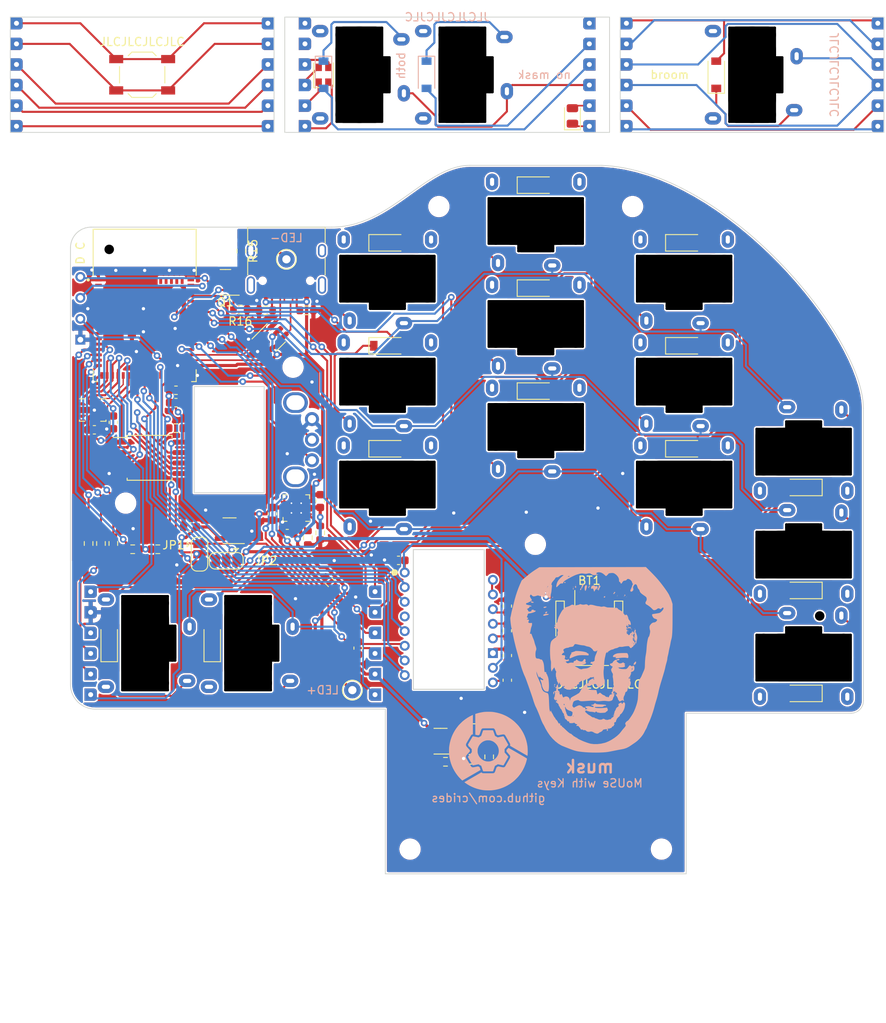
<source format=kicad_pcb>
(kicad_pcb (version 20211014) (generator pcbnew)
  (layers (0 "F.Cu" signal) (31 "B.Cu" signal) (34 "B.Paste" user) (35 "F.Paste" user) (36 "B.SilkS" user "B.Silkscreen") (37 "F.SilkS" user "F.Silkscreen") (38 "B.Mask" user) (39 "F.Mask" user) (44 "Edge.Cuts" user))
  (property "SHA1" "af1ef8e")
  (property "TIMESTAMP" "2023-01-08")
  (net 0 "")
  (net 1 "GND")
  (net 5 "BAT_MEAS")
  (net 6 "3V3_nRF")
  (net 7 "BAT")
  (net 8 "VDDH")
  (net 9 "VDDH_OUT")
  (net 10 "Net-(D2-Pad3)")
  (net 11 "SWD")
  (net 12 "SWC")
  (net 13 "VBUS")
  (net 14 "D+")
  (net 15 "D-")
  (net 16 "Net-(J2-PadA5)")
  (net 17 "Net-(J2-PadB5)")
  (net 18 "C0")
  (net 19 "Net-(R8-Pad1)")
  (net 20 "Net-(R1-Pad1)")
  (net 21 "R3")
  (net 22 "Net-(J5-Pad3)")
  (net 23 "Net-(J5-Pad4)")
  (net 24 "Net-(J5-Pad5)")
  (net 25 "C2")
  (net 26 "C3")
  (net 27 "Net-(L1-Pad1)")
  (net 29 "SCLK")
  (net 30 "Net-(D1-Pad2)")
  (net 31 "Net-(J3-Pad2)")
  (net 32 "RST")
  (net 35 "3V3_LDO")
  (net 36 "R0")
  (net 43 "~{LED_OFF}")
  (net 46 "~{CHG}")
  (net 55 "A")
  (net 59 "C1")
  (net 62 "R1")
  (net 63 "C4")
  (net 64 "Net-(J3-Pad4)")
  (net 65 "R2")
  (net 66 "+1V8")
  (net 67 "Net-(C12-Pad1)")
  (net 68 "Net-(C12-Pad2)")
  (net 69 "Net-(C13-Pad1)")
  (net 70 "Net-(C14-Pad1)")
  (net 71 "SDIO")
  (net 72 "SCLK2")
  (net 73 "MOUSE_~{CS}")
  (net 74 "MOUSE_~{RST}")
  (net 75 "MOTION")
  (net 76 "Net-(U8-Pad15)")
  (net 77 "Net-(J3-Pad3)")
  (net 79 "~{RED}")
  (net 80 "~{GREEN}")
  (net 81 "Net-(J10-Pad6)")
  (net 82 "Net-(D2-Pad2)")
  (net 83 "Net-(J3-Pad1)")
  (net 84 "~{BLUE}")
  (net 85 "FLASH_~{CS}")
  (net 86 "MISO_DQ1")
  (net 87 "MOSI_DQ0")
  (net 88 "Net-(D2-Pad1)")
  (net 89 "IMU_INT")
  (net 90 "Net-(D2-Pad4)")
  (net 92 "IMU_~{CS}")
  (net 93 "Net-(J10-Pad3)")
  (net 96 "B")
  (net 98 "Net-(R7-Pad1)")
  (net 99 "+3V3")
  (net 100 "Net-(D1-Pad1)")
  (net 101 "Net-(J8-Pad6)")
  (net 102 "Net-(J9-Pad3)")
  (net 103 "Net-(J9-Pad5)")
  (net 104 "Net-(J9-Pad4)")
  (net 105 "Net-(J3-Pad6)")
  (net 106 "Net-(J3-Pad5)")
  (net 107 "Net-(J10-Pad1)")
  (net 108 "Net-(J10-Pad2)")
  (net 109 "Net-(J10-Pad4)")
  (net 110 "Net-(J10-Pad5)")
  (net 111 "Net-(L2-Pad1)")
  (net 112 "Net-(R12-Pad2)")
  (net 113 "Net-(R13-Pad2)")
  (net 114 "BAT_MEAS_EN")
  (net 115 "Net-(Q1-Pad3)")
  (net 116 "Net-(R15-Pad1)")
  (footprint "misc:jlc-tooling-hole" (layer "F.Cu") (at 155.2 86.7)
    (fp_text reference "REF**" hide)
    (fp_text value "jlc-tooling-hole")
  )
  (footprint "Resistor_SMD:R_0603_1608Metric" (layer "F.Cu") (at 84.9 49.5 180)
    (fp_text reference "R16")
    (fp_text value "1M")
  )
  (footprint "pg1232:pg1232-DHCL" (layer "F.Cu") (at 138.75 66.4)
    (fp_text reference "K11" hide)
    (fp_text value "diode-choc")
  )
  (footprint "switch:EC10E" (layer "F.Cu") (at 91.6 65.3 -90)
    (fp_text reference "SW2" hide)
    (fp_text value "RotaryEncoder")
  )
  (footprint "MountingHole:MountingHole_2.2mm_M2" (layer "F.Cu") (at 136 115)
    (fp_text reference "REF**" hide)
    (fp_text value "MountingHole_2.2mm_M2")
  )
  (footprint "pg1232:pg1232-DHCR" (layer "F.Cu") (at 102.75 66.4)
    (fp_text reference "K9" hide)
    (fp_text value "diode-choc")
  )
  (footprint "Capacitor_SMD:C_0603_1608Metric" (layer "F.Cu") (at 90.6 76.7 180)
    (fp_text reference "C4" hide)
    (fp_text value "4.7uF")
  )
  (footprint "misc:nothing" (layer "F.Cu") (at 153.75 90.15 90)
    (fp_text reference "REF**" hide)
    (fp_text value "feet")
  )
  (footprint "misc:nothing" (layer "F.Cu") (at 71 49.5 90)
    (fp_text reference "REF**" hide)
    (fp_text value "feet")
  )
  (footprint "Resistor_SMD:R_0603_1608Metric" (layer "F.Cu") (at 93.1 77.2 -90)
    (fp_text reference "R8" hide)
    (fp_text value "10k")
  )
  (footprint "Capacitor_SMD:C_0603_1608Metric" (layer "F.Cu") (at 67.2 64.1)
    (fp_text reference "C3" hide)
    (fp_text value "100nF")
  )
  (footprint "musk:bridge" (layer "F.Cu") (at 163 21 90)
    (fp_text reference "J7" hide)
    (fp_text value "bridge")
  )
  (footprint "MountingHole:MountingHole_2.2mm_M2" (layer "F.Cu") (at 109 37)
    (fp_text reference "REF**" hide)
    (fp_text value "MountingHole_2.2mm_M2")
  )
  (footprint "misc:nothing" (layer "F.Cu") (at 84 90)
    (fp_text reference "REF**" hide)
    (fp_text value "nothing")
  )
  (footprint "Connector_JST:JST_PH_S2B-PH-SM4-TB_1x02-1MP_P2.00mm_Horizontal" (layer "F.Cu") (at 127.25 88.2)
    (fp_text reference "BT1")
    (fp_text value "li-ion")
  )
  (footprint "Button_Switch_SMD:SW_SPST_TL3342" (layer "F.Cu") (at 73 21)
    (fp_text reference "SW1" hide)
    (fp_text value "SW_Push")
  )
  (footprint "musk:bridge" (layer "F.Cu") (at 102 90 90)
    (fp_text reference "J8" hide)
    (fp_text value "bridge")
  )
  (footprint "musk:bridge" (layer "F.Cu") (at 89 21 90)
    (fp_text reference "J6" hide)
    (fp_text value "bridge")
  )
  (footprint "pg1232:pg1232-DHC" (layer "F.Cu") (at 81.5 90 90)
    (fp_text reference "K14" hide)
    (fp_text value "diode-choc")
  )
  (footprint "Resistor_SMD:R_0603_1608Metric" (layer "F.Cu") (at 88 49.6)
    (fp_text reference "R10" hide)
    (fp_text value "5.1k")
  )
  (footprint "LED_SMD:LED_ASMB-KTF0-0A306" (layer "F.Cu") (at 95 21 90)
    (fp_text reference "D2" hide)
    (fp_text value "LED_RABG")
  )
  (footprint "misc:debug-port-single-side" (layer "F.Cu") (at 65.5 49.35 90)
    (fp_text reference "J1" hide)
    (fp_text value "debug-port" hide)
  )
  (footprint "Package_TO_SOT_SMD:SOT-23" (layer "F.Cu") (at 83.1 46.2 180)
    (fp_text reference "Q1")
    (fp_text value "AO3400A")
  )
  (footprint "Resistor_SMD:R_0603_1608Metric" (layer "F.Cu") (at 115.1 103.8 -90)
    (fp_text reference "R12" hide)
    (fp_text value "100k")
  )
  (footprint "pg1232:pg1232-DHCN" (layer "F.Cu") (at 153.25 96.1 180)
    (fp_text reference "K12" hide)
    (fp_text value "diode-choc")
  )
  (footprint "pg1232:pg1232-DHCL" (layer "F.Cu") (at 138.75 53.9)
    (fp_text reference "K7" hide)
    (fp_text value "diode-choc")
  )
  (footprint "Capacitor_SMD:C_0603_1608Metric" (layer "F.Cu") (at 112.8 103)
    (fp_text reference "C7" hide)
    (fp_text value "10uF")
  )
  (footprint "Package_TO_SOT_SMD:SOT-23-6" (layer "F.Cu") (at 88.7 52.9 45)
    (fp_text reference "U6" hide)
    (fp_text value "SRV05-4")
  )
  (footprint "Inductor_SMD:L_1008_2520Metric" (layer "F.Cu") (at 113.3 100.9)
    (fp_text reference "L2" hide)
    (fp_text value "2.2uH")
  )
  (footprint "Resistor_SMD:R_0603_1608Metric" (layer "F.Cu") (at 94.6 76.6 -90)
    (fp_text reference "R7" hide)
    (fp_text value "10k")
  )
  (footprint "mcu:ms88sf3" (layer "F.Cu") (at 73.3 49)
    (fp_text reference "U2" hide)
    (fp_text value "ms88sf3-nrf52840")
  )
  (footprint "Package_TO_SOT_SMD:SOT-23-5" (layer "F.Cu") (at 109.2 101.9 180)
    (fp_text reference "U7" hide)
    (fp_text value "TLV62568DBV")
  )
  (footprint "misc:nothing" (layer "F.Cu") (at 121.3 131.55)
    (fp_text reference "REF**" hide)
    (fp_text value "feet")
  )
  (footprint "Capacitor_SMD:C_0603_1608Metric" (layer "F.Cu") (at 117.3 85.5 -90)
    (fp_text reference "C11" hide)
    (fp_text value "100nF")
  )
  (footprint "pg1232:pg1232-DHCR" (layer "F.Cu") (at 102.75 41.4)
    (fp_text reference "K1" hide)
    (fp_text value "diode-choc")
  )
  (footprint "MountingHole:MountingHole_2.2mm_M2" (layer "F.Cu") (at 132.5 37)
    (fp_text reference "REF**" hide)
    (fp_text value "MountingHole_2.2mm_M2")
  )
  (footprint "Resistor_SMD:R_0603_1608Metric" (layer "F.Cu") (at 66.5 77.9 -90)
    (fp_text reference "R4" hide)
    (fp_text value "1.2k")
  )
  (footprint "Resistor_SMD:R_0603_1608Metric" (layer "F.Cu") (at 77.1 63.9)
    (fp_text reference "R1" hide)
    (fp_text value "100k")
  )
  (footprint "misc:nothing" (layer "F.Cu") (at 70.9 90.15 90)
    (fp_text reference "REF**" hide)
    (fp_text value "feet")
  )
  (footprint "pg1232:pg1232-DHC" (layer "F.Cu") (at 120.75 59.4)
    (fp_text reference "K10" hide)
    (fp_text value "diode-choc")
  )
  (footprint "Inductor_SMD:L_0603_1608Metric" (layer "F.Cu") (at 77.1 59.3 180)
    (fp_text reference "L1" hide)
    (fp_text value "10uH")
  )
  (footprint "musk:bridge" (layer "F.Cu") (at 131 21 -90)
    (fp_text reference "J10" hide)
    (fp_text value "bridge")
  )
  (footprint "TestPoint:TestPoint_THTPad_D2.0mm_Drill1.0mm" (layer "F.Cu") (at 90.499977 43.399957)
    (fp_text reference "TP2")
    (fp_text value "LED-")
  )
  (footprint "Capacitor_SMD:C_0603_1608Metric" (layer "F.Cu") (at 117.3 91.5 90)
    (fp_text reference "C14" hide)
    (fp_text value "10uF")
  )
  (footprint "MountingHole:MountingHole_2.2mm_M2" (layer "F.Cu") (at 91.3 56.5)
    (fp_text reference "REF**" hide)
    (fp_text value "wheel-hole")
  )
  (footprint "misc:nothing" (layer "F.Cu") (at 104.5 45)
    (fp_text reference "REF**" hide)
    (fp_text value "feet")
  )
  (footprint "musk:bridge" (layer "F.Cu") (at 57 21 -90)
    (fp_text reference "J3" hide)
    (fp_text value "bridge")
  )
  (footprint "Resistor_SMD:R_0603_1608Metric" (layer "F.Cu") (at 85.029977 42.399957 -90)
    (fp_text reference "R15")
    (fp_text value "100")
  )
  (footprint "sensor:PMW3610" (layer "F.Cu") (at 110.2 85.7)
    (fp_text reference "U8" hide)
    (fp_text value "PMW3610")
    (fp_rect (start 4.3 9.9) (end -4.3 -7.06) (layer "Edge.Cuts") (width 0.12) (fill none))
  )
  (footprint "misc:jlc-tooling-hole" (layer "F.Cu") (at 69 42.2)
    (fp_text reference "REF**" hide)
    (fp_text value "jlc-tooling-hole")
  )
  (footprint "Package_TO_SOT_SMD:SOT-23-5" (layer "F.Cu") (at 83.6 76.35 180)
    (fp_text reference "U4" hide)
    (fp_text value "XC6220B331MR")
  )
  (footprint "Capacitor_SMD:C_0603_1608Metric" (layer "F.Cu") (at 99.2 90.6 90)
    (fp_text reference "C10" hide)
    (fp_text value "100nF")
  )
  (footprint "Capacitor_SMD:C_0603_1608Metric" (layer "F.Cu") (at 104.1 79.95 180)
    (fp_text reference "C13" hide)
    (fp_text value "10nF")
  )
  (footprint "pg1232:pg1232-DHCL" (layer "F.Cu") (at 138.75 41.4)
    (fp_text reference "K3" hide)
    (fp_text value "diode-choc")
  )
  (footprint "misc:nothing" (layer "F.Cu") (at 120.75 50.5)
    (fp_text reference "REF**" hide)
    (fp_text value "mouse")
  )
  (footprint "LED_SMD:LED_0805_2012Metric" (layer "F.Cu") (at 125.2 26 90)
    (fp_text reference "D1" hide)
    (fp_text value "RED")
  )
  (footprint "Capacitor_SMD:C_0603_1608Metric" (layer "F.Cu") (at 78.8 75.9 180)
    (fp_text reference "C16" hide)
    (fp_text value "1u")
  )
  (footprint "Resistor_SMD:R_0603_1608Metric" (layer "F.Cu") (at 69.5 77.9 -90)
    (fp_text reference "R6" hide)
    (fp_text value "1k")
  )
  (footprint "pg1232:pg1232-DHC" (layer "F.Cu") (at 142.65 21 90)
    (fp_text reference "K15" hide)
    (fp_text value "diode-choc")
  )
  (footprint "Jumper:SolderJumper-3_P1.3mm_Open_RoundedPad1.0x1.5mm" (layer "F.Cu") (at 79.95 79.2 -90)
    (fp_text reference "JP1")
    (fp_text value "left right or all")
  )
  (footprint "Jumper:SolderJumper-3_P1.3mm_Open_RoundedPad1.0x1.5mm" (layer "F.Cu") (at 83.2 80 180)
    (fp_text reference "JP2")
    (fp_text value "left right or all")
  )
  (footprint "pg1232:pg1232-DHC" (layer "F.Cu") (at 120.75 46.9)
    (fp_text reference "K6" hide)
    (fp_text value "diode-choc")
  )
  (footprint "Resistor_SMD:R_0603_1608Metric" (layer "F.Cu") (at 109.8 104.4 180)
    (fp_text reference "R14" hide)
    (fp_text value "100k")
  )
  (footprint "MountingHole:MountingHole_2.2mm_M2" (layer "F.Cu") (at 120.7 78)
    (fp_text reference "REF**" hide)
    (fp_text value "MountingHole_2.2mm_M2")
  )
  (footprint "Resistor_SMD:R_0603_1608Metric" (layer "F.Cu") (at 71.85 78.6 180)
    (fp_text reference "R3" hide)
    (fp_text value "100k")
  )
  (footprint "TestPoint:TestPoint_THTPad_D2.0mm_Drill1.0mm" (layer "F.Cu") (at 98.499977 95.699957)
    (fp_text reference "TP1")
    (fp_text value "LED+")
  )
  (footprint "Capacitor_SMD:C_0603_1608Metric" (layer "F.Cu") (at 94.6 72.75 90)
    (fp_text reference "C6" hide)
    (fp_text value "4.7uF")
  )
  (footprint "pg1232:pg1232-DHC" (layer "F.Cu") (at 69 90 90)
    (fp_text reference "K13" hide)
    (fp_text value "diode-choc")
  )
  (footprint "pg1232:pg1232-DHCN" (layer "F.Cu") (at 153.25 71.1 180)
    (fp_text reference "K4" hide)
    (fp_text value "diode-choc")
  )
  (footprint "MountingHole:MountingHole_2.2mm_M2" (layer "F.Cu") (at 71 73)
    (fp_text reference "REF**" hide)
    (fp_text value "wheel-hole")
  )
  (footprint "Capacitor_SMD:C_0603_1608Metric" (layer "F.Cu") (at 117.3 88.5 -90)
    (fp_text reference "C12" hide)
    (fp_text value "100nF")
  )
  (footprint "Capacitor_SMD:C_0603_1608Metric" (layer "F.Cu") (at 117.3 94.5 -90)
    (fp_text reference "C15" hide)
    (fp_text value "10nF")
  )
  (footprint "pg1232:pg1232-DHCR" (layer "F.Cu") (at 102.75 53.9)
    (fp_text reference "K5" hide)
    (fp_text value "diode-choc")
  )
  (footprint "Package_LGA:LGA-14_3x2.5mm_P0.5mm_LayoutBorder3x4y" (layer "F.Cu") (at 67 61.7)
    (fp_text reference "U3" hide)
    (fp_text value "LSM6DS3")
  )
  (footprint "Capacitor_SMD:C_0603_1608Metric" (layer "F.Cu") (at 69.5 63.2 -90)
    (fp_text reference "C9" hide)
    (fp_text value "100nF")
  )
  (footprint "Package_SO:SOIC-8_5.23x5.23mm_P1.27mm" (layer "F.Cu") (at 73.899977 67.499957)
    (fp_text reference "U1" hide)
    (fp_text value "W25Q128JVS")
  )
  (footprint "Resistor_SMD:R_0603_1608Metric" (layer "F.Cu") (at 92.95 49.599957 180)
    (fp_text reference "R9" hide)
    (fp_text value "5.1k")
  )
  (footprint "Package_DFN_QFN:VQFN-16-1EP_3x3mm_P0.5mm_EP1.68x1.68mm_ThermalVias" (layer "F.Cu") (at 91.7 73.6 180)
    (fp_text reference "U5" hide)
    (fp_text value "BQ24072")
  )
  (footprint "MountingHole:MountingHole_2.2mm_M2" (layer "F.Cu") (at 105.5 115)
    (fp_text reference "REF**" hide)
    (fp_text value "MountingHole_2.2mm_M2")
  )
  (footprint "misc:nothing" (layer "F.Cu") (at 110.2 85.2)
    (fp_text reference "REF**" hide)
    (fp_text value "sensor ring")
  )
  (footprint "misc:nothing" (layer "F.Cu") (at 150.3 54 120)
    (fp_text reference "REF**" hide)
    (fp_text value "feet")
  )
  (footprint "Capacitor_SMD:C_0603_1608Metric" (layer "F.Cu") (at 88.8 74.3 90)
    (fp_text reference "C5" hide)
    (fp_text value "4.7uF")
  )
  (footprint "Resistor_SMD:R_0603_1608Metric" (layer "F.Cu") (at 68 77.9 -90)
    (fp_text reference "R5" hide)
    (fp_text value "1.5k")
  )
  (footprint "Resistor_SMD:R_0603_1608Metric" (layer "F.Cu") (at 95.8 82.6 -45)
    (fp_text reference "R11" hide)
    (fp_text value "1k")
  )
  (footprint "Resistor_SMD:R_0603_1608Metric" (layer "F.Cu") (at 112.8 105.2 180)
    (fp_text reference "R13" hide)
    (fp_text value "100k")
  )
  (footprint "Resistor_SMD:R_0603_1608Metric" (layer "F.Cu") (at 74.9 78.6 180)
    (fp_text reference "R2" hide)
    (fp_text value "100k")
  )
  (footprint "pg1232:pg1232-DHC" (layer "F.Cu") (at 120.75 34.4)
    (fp_text reference "K2" hide)
    (fp_text value "diode-choc")
  )
  (footprint "Connector_USB:USB_C_Receptacle_HRO_TYPE-C-31-M-12" (layer "F.Cu") (at 90.499977 43.399957 180)
    (fp_text reference "J2" hide)
    (fp_text value "USB_C_Receptacle_USB2.0")
  )
  (footprint "pg1232:pg1232-DHCN" (layer "F.Cu") (at 153.25 83.6 180)
    (fp_text reference "K8" hide)
    (fp_text value "diode-choc")
  )
  (footprint "Capacitor_SMD:C_0603_1608Metric" (layer "F.Cu") (at 77.1 60.8)
    (fp_text reference "C2" hide)
    (fp_text value "4.7uF")
  )
  (footprint "LOGO" (layer "B.Cu") (at 127.499977 91.999957 180)
    (fp_text reference "G***" hide)
    (fp_text value "LOGO" hide)
  )
  (footprint "misc:crides-pos" (layer "B.Cu") (at 115 103.1 180)
    (fp_text reference "REF**" hide)
    (fp_text value "crides-pos")
  )
  (footprint "musk:bridge" (layer "B.Cu") (at 92 21 90)
    (fp_text reference "J4" hide)
    (fp_text value "bridge")
  )
  (footprint "pg1232:pg1232-DHC" (layer "B.Cu") (at 95 21 -90)
    (fp_text reference "K17" hide)
    (fp_text value "diode-choc")
  )
  (footprint "pg1232:pg1232-DHC" (layer "B.Cu") (at 107.5 21 -90)
    (fp_text reference "K16" hide)
    (fp_text value "diode-choc")
  )
  (footprint "musk:bridge" (layer "B.Cu") (at 66 90 90)
    (fp_text reference "J5" hide)
    (fp_text value "bridge")
  )
  (footprint "musk:bridge" (layer "B.Cu") (at 128 21 -90)
    (fp_text reference "J9" hide)
    (fp_text value "bridge")
  )
  (gr_line (start 64.3 42) (end 64.3 95) (layer "Edge.Cuts") (width 0.1))
  (gr_line (start 102.5 118) (end 102.5 98) (layer "Edge.Cuts") (width 0.1))
  (gr_rect (start 79.299977 71.749957) (end 87.799977 58.849957) (layer "Edge.Cuts") (width 0.1) (fill none))
  (gr_curve (pts (xy 112.75 32) (xy 107.35 32) (xy 103.1 39.5) (xy 96 39.5)) (layer "Edge.Cuts") (width 0.1))
  (gr_line (start 160.5 97) (end 160.5 61.5) (layer "Edge.Cuts") (width 0.1))
  (gr_line (start 102.5 98) (end 67.3 98) (layer "Edge.Cuts") (width 0.1))
  (gr_line (start 139 118) (end 102.5 118) (layer "Edge.Cuts") (width 0.1))
  (gr_rect (start 131 14) (end 163 28) (layer "Edge.Cuts") (width 0.1) (fill none))
  (gr_arc (start 67.3 98) (mid 65.178677 97.121323) (end 64.3 95) (layer "Edge.Cuts") (width 0.1))
  (gr_line (start 96 39.5) (end 66.8 39.5) (layer "Edge.Cuts") (width 0.1))
  (gr_arc (start 64.3 42) (mid 65.032233 40.232233) (end 66.8 39.5) (layer "Edge.Cuts") (width 0.1))
  (gr_rect (start 90.3 14) (end 129.7 28) (layer "Edge.Cuts") (width 0.1) (fill none))
  (gr_line (start 139 98.5) (end 139 118) (layer "Edge.Cuts") (width 0.1))
  (gr_line (start 128.75 32) (end 112.75 32) (layer "Edge.Cuts") (width 0.1))
  (gr_curve (pts (xy 128.75 32) (xy 143.8 32.6) (xy 160.5 52.75) (xy 160.5 61.5)) (layer "Edge.Cuts") (width 0.1))
  (gr_arc (start 160.5 97) (mid 160.060674 98.06068) (end 159 98.5) (layer "Edge.Cuts") (width 0.1))
  (gr_rect (start 57 14) (end 89 28) (layer "Edge.Cuts") (width 0.1) (fill none))
  (gr_line (start 159 98.5) (end 139 98.5) (layer "Edge.Cuts") (width 0.1))
  (gr_text "JLCJLCJLCJLC" (at 110 14) (layer "B.SilkS") (effects (font (size 1 1)) (justify mirror)))
  (gr_text "MoUSe with Keys" (at 127.299977 106.999957) (layer "B.SilkS") (effects (font (size 1 1)) (justify mirror)))
  (gr_text "both" (at 104.399977 19.899957 90) (layer "B.SilkS") (effects (font (size 1 1)) (justify mirror)))
  (gr_text "no mask" (at 121.799977 20.999957) (layer "B.SilkS") (effects (font (size 1 1)) (justify mirror)))
  (gr_text "JLCJLCJLCJLC" (at 156.999977 20.999957 90) (layer "B.SilkS") (effects (font (size 1 1)) (justify mirror)))
  (gr_text "musk" (at 127.299977 104.999957) (layer "B.SilkS") (effects (font (size 1.5 1.5) (thickness 0.3)) (justify mirror)))
  (gr_text "github.com/crides" (at 114.999977 108.799957) (layer "B.SilkS") (effects (font (size 1 1)) (justify mirror)))
  (gr_text "JLCJLCJLCJLC" (at 72.999977 16.999957) (layer "F.SilkS") (effects (font (size 1 1))))
  (gr_text "JLCJLCJLCJLC" (at 128.499977 94.999957) (layer "F.SilkS") (effects (font (size 1 1))))
  (gr_text "broom\n" (at 136.999977 20.999958) (layer "F.SilkS") (effects (font (size 1 1))))
  (segment (start 142.65 22.65) (end 142.65 24.64998) (width 0.25) (layer "F.Cu") (net 0))
  (segment (start 143.775644 25.775624) (end 143.775644 26.898773) (width 0.25) (layer "F.Cu") (net 0))
  (segment (start 143.775644 26.898773) (end 144.101828 27.224957) (width 0.25) (layer "F.Cu") (net 0))
  (segment (start 142.65 24.64998) (end 143.775644 25.775624) (width 0.25) (layer "F.Cu") (net 0))
  (segment (start 150.175043 27.224957) (end 152.1 25.3) (width 0.25) (layer "F.Cu") (net 0))
  (segment (start 144.101828 27.224957) (end 150.175043 27.224957) (width 0.25) (layer "F.Cu") (net 0))
  (segment (start 67.699978 45.899958) (end 67.699978 45.499458) (width 0.25) (layer "F.Cu") (net 1))
  (segment (start 67.045478 58.274257) (end 67.819777 57.499958) (width 0.25) (layer "F.Cu") (net 1))
  (segment (start 99.199977 76.699957) (end 99.199977 78.398917) (width 0.2) (layer "F.Cu") (net 1))
  (segment (start 68.994977 64.294957) (end 68.699978 63.999958) (width 0.381) (layer "F.Cu") (net 1))
  (segment (start 115.734977 90.724957) (end 117.299977 90.724957) (width 0.381) (layer "F.Cu") (net 1))
  (segment (start 67.499978 62.612458) (end 67.024978 62.612458) (width 0.25) (layer "F.Cu") (net 1))
  (segment (start 68.994977 69.404957) (end 70.299977 69.404957) (width 0.25) (layer "F.Cu") (net 1))
  (segment (start 86.3 76.4) (end 87.625 75.075) (width 0.381) (layer "F.Cu") (net 1))
  (segment (start 93.999977 78.024957) (end 94.599977 77.424957) (width 0.381) (layer "F.Cu") (net 1))
  (segment (start 78.499978 57.061854) (end 77.738081 56.299957) (width 0.25) (layer "F.Cu") (net 1))
  (segment (start 100.101017 79.299957) (end 100.799977 79.299957) (width 0.2) (layer "F.Cu") (net 1))
  (segment (start 84.037477 45.249957) (end 84.920949 45.249957) (width 0.381) (layer "F.Cu") (net 1))
  (segment (start 80.699977 73.848957) (end 76.917562 70.066542) (width 0.25) (layer "F.Cu") (net 1))
  (segment (start 110.924977 101.899957) (end 112.024977 102.999957) (width 0.381) (layer "F.Cu") (net 1))
  (segment (start 110.337477 101.899957) (end 110.924977 101.899957) (width 0.381) (layer "F.Cu") (net 1))
  (segment (start 78.774978 57.774958) (end 78.774978 59.899958) (width 0.25) (layer "F.Cu") (net 1))
  (segment (start 88.8 75.075) (end 89.79952 75.075) (width 0.381) (layer "F.Cu") (net 1))
  (segment (start 99.199977 78.398917) (end 100.101017 79.299957) (width 0.2) (layer "F.Cu") (net 1))
  (segment (start 99.779982 85.479982) (end 99.2 84.9) (width 0.25) (layer "F.Cu") (net 1))
  (segment (start 87.895643 53.704291) (end 86.999977 54.599957) (width 0.381) (layer "F.Cu") (net 1))
  (segment (start 98.9 84.6) (end 98.9 84.4) (width 0.25) (layer "F.Cu") (net 1))
  (segment (start 78.774978 59.899958) (end 77.874978 60.799958) (width 0.25) (layer "F.Cu") (net 1))
  (segment (start 99.2 84.9) (end 98.9 84.6) (width 0.25) (layer "F.Cu") (net 1))
  (segment (start 67.499978 62.612458) (end 67.499978 63.624958) (width 0.25) (layer "F.Cu") (net 1))
  (segment (start 77.738081 56.299957) (end 77.299977 56.299957) (width 0.25) (layer "F.Cu") (net 1))
  (segment (start 100.699977 75.199957) (end 99.199977 76.699957) (width 0.2) (layer "F.Cu") (net 1))
  (segment (start 98.60636 86.6) (end 99.4 86.6) (width 0.25) (layer "F.Cu") (net 1))
  (segment (start 84.920949 45.249957) (end 85.685463 44.485443) (width 0.381) (layer "F.Cu") (net 1))
  (segment (start 78.499978 57.499958) (end 78.499978 57.061854) (width 0.25) (layer "F.Cu") (net 1))
  (segment (start 97.810488 85.804128) (end 89.825 77.81864) (width 0.25) (layer "F.Cu") (net 1))
  (segment (start 93.749977 48.049957) (end 93.749977 47.694957) (width 0.381) (layer "F.Cu") (net 1))
  (segment (start 87.249977 48.049957) (end 87.249977 47.694957) (width 0.25) (layer "F.Cu") (net 1))
  (segment (start 75.304977 69.404957) (end 70.299977 69.404957) (width 0.25) (layer "F.Cu") (net 1))
  (segment (start 87.625 75.075) (end 88.8 75.075) (width 0.381) (layer "F.Cu") (net 1))
  (segment (start 97.810488 85.804128) (end 98.55318 86.54682) (width 0.25) (layer "F.Cu") (net 1))
  (segment (start 89.799477 75.074957) (end 90.024477 75.299957) (width 0.2) (layer "F.Cu") (net 1))
  (segment (start 67.499978 63.624958) (end 67.974978 64.099958) (width 0.25) (layer "F.Cu") (net 1))
  (segment (start 75.966562 70.066542) (end 75.304977 69.404957) (width 0.25) (layer "F.Cu") (net 1))
  (segment (start 67.819777 57.499958) (end 68.099978 57.499958) (width 0.25) (layer "F.Cu") (net 1))
  (segment (start 76.917562 70.066542) (end 75.966562 70.066542) (width 0.25) (layer "F.Cu") (net 1))
  (segment (start 89.825 77.81864) (end 89.825 76.7) (width 0.25) (layer "F.Cu") (net 1))
  (segment (start 68.994977 69.404957) (end 68.994977 64.294957) (width 0.381) (layer "F.Cu") (net 1))
  (segment (start 86.899977 48.399957) (end 87.249977 48.049957) (width 0.25) (layer "F.Cu") (net 1))
  (segment (start 98.55318 86.54682) (end 98.60636 86.6) (width 0.25) (layer "F.Cu") (net 1))
  (segment (start 78.499978 57.499958) (end 78.774978 57.774958) (width 0.25) (layer "F.Cu") (net 1))
  (segment (start 89.79952 75.075) (end 90.024477 75.299957) (width 0.381) (layer "F.Cu") (net 1))
  (segment (start 67.699978 45.499458) (end 66.899977 44.699457) (width 0.25) (layer "F.Cu") (net 1))
  (segment (start 99.4 86.6) (end 99.779982 86.220018) (width 0.25) (layer "F.Cu") (net 1))
  (segment (start 99.779982 86.220018) (end 99.779982 85.479982) (width 0.25) (layer "F.Cu") (net 1))
  (segment (start 93.099977 78.024957) (end 93.999977 78.024957) (width 0.381) (layer "F.Cu") (net 1))
  (segment (start 94.199977 48.499957) (end 93.749977 48.049957) (width 0.381) (layer "F.Cu") (net 1))
  (via (at 77.299977 56.299957) (size 0.8) (drill 0.4) (layers "F.Cu" "B.Cu") (net 1))
  (via (at 90.6 67) (size 0.8) (drill 0.4) (layers "F.Cu" "B.Cu") (net 1))
  (via (at 93.899978 69.499957) (size 0.8) (drill 0.4) (layers "F.Cu" "B.Cu") (net 1))
  (via (at 90.024477 75.299957) (size 0.8) (drill 0.4) (layers "F.Cu" "B.Cu") (net 1))
  (via (at 86.899977 48.399957) (size 0.8) (drill 0.4) (layers "F.Cu" "B.Cu") (net 1))
  (via (at 111.999977 103.999957) (size 0.8) (drill 0.4) (layers "F.Cu" "B.Cu") (net 1))
  (via (at 131.299977 69.399957) (size 0.8) (drill 0.4) (layers "F.Cu" "B.Cu") (net 1))
  (via (at 98.9 84.4) (size 0.8) (drill 0.4) (layers "F.Cu" "B.Cu") (net 1))
  (via (at 66.399977 49.399957) (size 0.8) (drill 0.4) (layers "F.Cu" "B.Cu") (net 1))
  (via (at 110.799977 74.199957) (size 0.8) (drill 0.4) (layers "F.Cu" "B.Cu") (net 1))
  (via (at 119.399977 98.399957) (size 0.8) (drill 0.4) (layers "F.Cu" "B.Cu") (net 1))
  (via (at 66.899977 44.699457) (size 0.8) (drill 0.4) (layers "F.Cu" "B.Cu") (net 1))
  (via (at 93.599977 58.299957) (size 0.8) (drill 0.4) (layers "F.Cu" "B.Cu") (net 1))
  (via (at 71.9 76.1) (size 0.8) (drill 0.4) (layers "F.Cu" "B.Cu") (net 1))
  (via (at 80.699977 73.848957) (size 0.8) (drill 0.4) (layers "F.Cu" "B.Cu") (net 1))
  (via (at 79.699978 57.499958) (size 0.8) (drill 0.4) (layers "F.Cu" "B.Cu") (net 1))
  (via (at 128.299977 73.599957) (size 0.8) (drill 0.4) (layers "F.Cu" "B.Cu") (net 1))
  (via (at 102.399977 79.899957) (size 0.8) (drill 0.4) (layers "F.Cu" "B.Cu") (net 1))
  (via (at 86.3 76.4) (size 0.8) (drill 0.4) (layers "F.Cu" "B.Cu") (net 1))
  (via (at 100.799977 79.299957) (size 0.8) (drill 0.4) (layers "F.Cu" "B.Cu") (net 1))
  (via (at 73.149977 52.199957) (size 0.8) (drill 0.4) (layers "F.Cu" "B.Cu") (net 1))
  (via (at 94.199977 48.499957) (size 0.8) (drill 0.4) (layers "F.Cu" "B.Cu") (net 1))
  (via (at 96.299977 79.975958) (size 0.8) (drill 0.4) (layers "F.Cu" "B.Cu") (net 1))
  (via (at 119.599977 74.099957) (size 0.8) (drill 0.4) (layers "F.Cu" "B.Cu") (net 1))
  (via (at 91.599977 84.599957) (size 0.8) (drill 0.4) (layers "F.Cu" "B.Cu") (net 1))
  (via (at 76.999977 51.799957) (size 0.8) (drill 0.4) (layers "F.Cu" "B.Cu") (net 1))
  (via (at 76.299978 44.749958) (size 0.8) (drill 0.4) (layers "F.Cu" "B.Cu") (net 1))
  (via (at 69.799978 44.749958) (size 0.8) (drill 0.4) (layers "F.Cu" "B.Cu") (net 1))
  (via (at 68.699978 63.999958) (size 0.8) (drill 0.4) (layers "F.Cu" "B.Cu") (net 1))
  (via (at 77.199977 80.499957) (size 0.8) (drill 0.4) (layers "F.Cu" "B.Cu") (net 1))
  (via (at 72.299977 54.599957) (size 0.8) (drill 0.4) (layers "F.Cu" "B.Cu") (net 1))
  (via (at 85.9 53.1) (size 0.8) (drill 0.4) (layers "F.Cu" "B.Cu") (net 1))
  (via (at 68.994977 69.404957) (size 0.8) (drill 0.4) (layers "F.Cu" "B.Cu") (net 1))
  (via (at 67.199977 61.713035) (size 0.8) (drill 0.4) (layers "F.Cu" "B.Cu") (net 1))
  (via (at 73.299978 44.749958) (size 0.8) (drill 0.4) (layers "F.Cu" "B.Cu") (net 1))
  (via (at 100.699977 75.199957) (size 0.8) (drill 0.4) (layers "F.Cu" "B.Cu") (net 1))
  (via (at 73.149977 49.399958) (size 0.8) (drill 0.4) (layers "F.Cu" "B.Cu") (net 1))
  (via (at 79.299978 44.749958) (size 0.8) (drill 0.4) (layers "F.Cu" "B.Cu") (net 1))
  (via (at 67.045478 58.274257) (size 0.8) (drill 0.4) (layers "F.Cu" "B.Cu") (net 1))
  (via (at 111.699977 96.699957) (size 0.8) (drill 0.4) (layers "F.Cu" "B.Cu") (net 1))
  (via (at 86.999977 54.599957) (size 0.8) (drill 0.4) (layers "F.Cu" "B.Cu") (net 1))
  (segment (start 68.382743 53.699958) (end 69.07708 54.394295) (width 0.25) (layer "F.Cu") (net 5))
  (segment (start 73.399977 78.599957) (end 72.674977 78.599957) (width 0.25) (layer "F.Cu") (net 5))
  (segment (start 67.699978 53.699958) (end 68.382743 53.699958) (width 0.25) (layer "F.Cu") (net 5))
  (segment (start 73.399977 78.599957) (end 74.074977 78.599957) (width 0.25) (layer "F.Cu") (net 5))
  (via (at 69.07708 54.394295) (size 0.8) (drill 0.4) (layers "F.Cu" "B.Cu") (net 5))
  (via (at 73.399977 78.599957) (size 0.8) (drill 0.4) (layers "F.Cu" "B.Cu") (net 5))
  (segment (start 68.399978 59.409146) (end 68.399978 55.071397) (width 0.25) (layer "B.Cu") (net 5))
  (segment (start 73.098478 78.298458) (end 73.098478 68.798458) (width 0.25) (layer "B.Cu") (net 5))
  (segment (start 70.299977 61.309145) (end 68.399978 59.409146) (width 0.25) (layer "B.Cu") (net 5))
  (segment (start 73.399977 78.599957) (end 73.098478 78.298458) (width 0.25) (layer "B.Cu") (net 5))
  (segment (start 73.098478 68.798458) (end 70.299977 65.999957) (width 0.25) (layer "B.Cu") (net 5))
  (segment (start 70.299977 65.999957) (end 70.299977 61.309145) (width 0.25) (layer "B.Cu") (net 5))
  (segment (start 68.399978 55.071397) (end 69.07708 54.394295) (width 0.25) (layer "B.Cu") (net 5))
  (segment (start 68.162478 62.449958) (end 69.474978 62.449958) (width 0.25) (layer "F.Cu") (net 6))
  (segment (start 66.499978 62.612458) (end 66.499978 64.024958) (width 0.2) (layer "F.Cu") (net 6))
  (segment (start 74.799977 55.099957) (end 74.825282 55.099957) (width 0.25) (layer "F.Cu") (net 6))
  (segment (start 76.224478 59.999958) (end 76.312478 59.911958) (width 0.25) (layer "F.Cu") (net 6))
  (segment (start 69.499978 61.533744) (end 69.483085 61.516851) (width 0.25) (layer "F.Cu") (net 6))
  (segment (start 76.549978 57.499958) (end 76.549978 59.062458) (width 0.25) (layer "F.Cu") (net 6))
  (segment (start 88.023039 77.925867) (end 95.599977 85.502805) (width 0.25) (layer "F.Cu") (net 6))
  (segment (start 69.474978 62.449958) (end 69.499978 62.424958) (width 0.25) (layer "F.Cu") (net 6))
  (segment (start 77.075478 77.675478) (end 77.075478 71.624456) (width 0.25) (layer "F.Cu") (net 6))
  (segment (start 76.324978 60.100458) (end 76.324978 60.799958) (width 0.25) (layer "F.Cu") (net 6))
  (segment (start 95.599977 85.502805) (end 95.599977 86.571612) (width 0.25) (layer "F.Cu") (net 6))
  (segment (start 76.549978 56.824653) (end 76.549978 57.499958) (width 0.25) (layer "F.Cu") (net 6))
  (segment (start 77.3 77.9) (end 77.075478 77.675478) (width 0.25) (layer "F.Cu") (net 6))
  (segment (start 95.599977 86.571612) (end 99.128322 90.099957) (width 0.25) (layer "F.Cu") (net 6))
  (segment (start 79.95 77.9) (end 79.975867 77.925867) (width 0.25) (layer "F.Cu") (net 6))
  (segment (start 76.312478 59.911958) (end 76.312478 59.299958) (width 0.25) (layer "F.Cu") (net 6))
  (segment (start 76.224478 59.999958) (end 76.324978 60.100458) (width 0.25) (layer "F.Cu") (net 6))
  (segment (start 67.999977 65.399957) (end 67.724977 65.399957) (width 0.25) (layer "F.Cu") (net 6))
  (segment (start 79.975867 77.925867) (end 88.023039 77.925867) (width 0.25) (layer "F.Cu") (net 6))
  (segment (start 69.499978 62.424958) (end 69.499978 61.533744) (width 0.25) (layer "F.Cu") (net 6))
  (segment (start 74.825282 55.099957) (end 76.549978 56.824653) (width 0.25) (layer "F.Cu") (net 6))
  (segment (start 79.95 77.9) (end 77.3 77.9) (width 0.25) (layer "F.Cu") (net 6))
  (segment (start 67.724977 65.399957) (end 66.424978 64.099958) (width 0.25) (layer "F.Cu") (net 6))
  (segment (start 99.128322 90.099957) (end 104.629977 90.099957) (width 0.25) (layer "F.Cu") (net 6))
  (via (at 69.483085 61.516851) (size 0.8) (drill 0.4) (layers "F.Cu" "B.Cu") (net 6))
  (via (at 77.075478 71.624456) (size 0.8) (drill 0.4) (layers "F.Cu" "B.Cu") (net 6))
  (via (at 74.799977 55.099957) (size 0.8) (drill 0.4) (layers "F.Cu" "B.Cu") (net 6))
  (via (at 76.224478 59.999958) (size 0.8) (drill 0.4) (layers "F.Cu" "B.Cu") (net 6))
  (via (at 67.999977 65.399957) (size 0.8) (drill 0.4) (layers "F.Cu" "B.Cu") (net 6))
  (segment (start 69.483085 64.516849) (end 69.483085 61.516851) (width 0.25) (layer "B.Cu") (net 6))
  (segment (start 69.483085 61.516851) (end 69.419481 61.516851) (width 0.25) (layer "B.Cu") (net 6))
  (segment (start 77.247978 71.451956) (end 77.247978 62.947958) (width 0.25) (layer "B.Cu") (net 6))
  (segment (start 77.247978 62.947958) (end 76.224478 61.924458) (width 0.25) (layer "B.Cu") (net 6))
  (segment (start 67.769978 52.889978) (end 65.5 50.62) (width 0.25) (layer "B.Cu") (net 6))
  (segment (start 67.999977 65.399957) (end 68.599977 65.399957) (width 0.25) (layer "B.Cu") (net 6))
  (segment (start 67.769978 52.889978) (end 72.589998 52.889978) (width 0.25) (layer "B.Cu") (net 6))
  (segment (start 68.599977 65.399957) (end 69.483085 64.516849) (width 0.25) (layer "B.Cu") (net 6))
  (segment (start 76.224478 61.924458) (end 76.224478 59.999958) (width 0.25) (layer "B.Cu") (net 6))
  (segment (start 77.075478 71.624456) (end 77.247978 71.451956) (width 0.25) (layer "B.Cu") (net 6))
  (segment (start 69.419481 61.516851) (end 67.769978 59.867348) (width 0.25) (layer "B.Cu") (net 6))
  (segment (start 72.589998 52.889978) (end 74.799977 55.099957) (width 0.25) (layer "B.Cu") (net 6))
  (segment (start 67.769978 59.867348) (end 67.769978 52.889978) (width 0.25) (layer "B.Cu") (net 6))
  (segment (start 86.086638 79.986638) (end 84.173319 81.899957) (width 0.25) (layer "F.Cu") (net 7))
  (segment (start 86.086638 79.975958) (end 86.086638 79.986638) (width 0.25) (layer "F.Cu") (net 7))
  (segment (start 77.574672 81.899957) (end 75.724977 80.050262) (width 0.25) (layer "F.Cu") (net 7))
  (segment (start 84.173319 81.899957) (end 77.574672 81.899957) (width 0.25) (layer "F.Cu") (net 7))
  (segment (start 94.599977 74.699957) (end 94.599977 73.524957) (width 0.381) (layer "F.Cu") (net 7))
  (segment (start 125.299977 84.399957) (end 126.249977 85.349957) (width 0.381) (layer "F.Cu") (net 7))
  (segment (start 121.999977 84.399957) (end 125.299977 84.399957) (width 0.381) (layer "F.Cu") (net 7))
  (segment (start 75.724977 80.050262) (end 75.724977 78.599957) (width 0.25) (layer "F.Cu") (net 7))
  (via (at 94.599977 74.699957) (size 0.8) (drill 0.4) (layers "F.Cu" "B.Cu") (net 7))
  (via (at 86.086638 79.975958) (size 0.8) (drill 0.4) (layers "F.Cu" "B.Cu") (net 7))
  (via (at 121.999977 84.399957) (size 0.8) (drill 0.4) (layers "F.Cu" "B.Cu") (net 7))
  (segment (start 87.762639 78.299957) (end 93.799977 78.299957) (width 0.25) (layer "B.Cu") (net 7))
  (segment (start 94.599977 77.499957) (end 94.599977 74.699957) (width 0.381) (layer "B.Cu") (net 7))
  (segment (start 86.086638 79.975958) (end 87.762639 78.299957) (width 0.25) (layer "B.Cu") (net 7))
  (segment (start 121.999977 84.399957) (end 114.899977 77.299957) (width 0.381) (layer "B.Cu") (net 7))
  (segment (start 94.799977 77.299957) (end 94.599977 77.499957) (width 0.381) (layer "B.Cu") (net 7))
  (segment (start 114.899977 77.299957) (end 94.799977 77.299957) (width 0.381) (layer "B.Cu") (net 7))
  (segment (start 93.799977 78.299957) (end 94.599977 77.499957) (width 0.25) (layer "B.Cu") (net 7))
  (segment (start 83.2 79.321743) (end 83.2 80) (width 0.25) (layer "F.Cu") (net 8))
  (segment (start 77.349977 61.949957) (end 77.099978 61.699958) (width 0.25) (layer "F.Cu") (net 8))
  (segment (start 77.099978 61.699958) (end 77.099978 58.799958) (width 0.25) (layer "F.Cu") (net 8))
  (segment (start 77.199978 58.699958) (end 77.199978 57.499958) (width 0.25) (layer "F.Cu") (net 8))
  (segment (start 77.099978 58.799958) (end 77.199978 58.699958) (width 0.25) (layer "F.Cu") (net 8))
  (segment (start 83.870876 78.650867) (end 83.2 79.321743) (width 0.25) (layer "F.Cu") (net 8))
  (via (at 83.870876 78.650867) (size 0.8) (drill 0.4) (layers "F.Cu" "B.Cu") (net 8))
  (via (at 77.349977 61.949957) (size 0.8) (drill 0.4) (layers "F.Cu" "B.Cu") (net 8))
  (segment (start 77.799978 62.399958) (end 77.349977 61.949957) (width 0.25) (layer "B.Cu") (net 8))
  (segment (start 83.870876 78.650867) (end 77.799978 72.579969) (width 0.25) (layer "B.Cu") (net 8))
  (segment (start 77.799978 72.579969) (end 77.799978 62.399958) (width 0.25) (layer "B.Cu") (net 8))
  (segment (start 83.599977 76.799957) (end 84.10002 77.3) (width 0.381) (layer "F.Cu") (net 9))
  (segment (start 100.099968 93.749958) (end 101.249978 93.749958) (width 0.381) (layer "F.Cu") (net 9))
  (segment (start 89.999977 71.399957) (end 88.799977 72.599957) (width 0.25) (layer "F.Cu") (net 9))
  (segment (start 87.199977 74.299957) (end 88.024977 74.299957) (width 0.381) (layer "F.Cu") (net 9))
  (segment (start 91.949977 71.649957) (end 91.699977 71.399957) (width 0.25) (layer "F.Cu") (net 9))
  (segment (start 84.7375 75.4) (end 83.60002 75.4) (width 0.381) (layer "F.Cu") (net 9))
  (segment (start 94.799977 85.431833) (end 94.799977 88.449967) (width 0.381) (layer "F.Cu") (net 9))
  (segment (start 83.599977 75.399957) (end 83.599977 76.799957) (width 0.381) (layer "F.Cu") (net 9))
  (segment (start 85.6 78.9) (end 88.268144 78.9) (width 0.381) (layer "F.Cu") (net 9))
  (segment (start 85.837543 74.299957) (end 84.7375 75.4) (width 0.381) (layer "F.Cu") (net 9))
  (segment (start 107.199977 99.699957) (end 108.062477 100.562457) (width 0.381) (layer "F.Cu") (net 9))
  (segment (start 84.10002 77.3) (end 84.7375 77.3) (width 0.381) (layer "F.Cu") (net 9))
  (segment (start 85.6 78.9) (end 84.5 80) (width 0.381) (layer "F.Cu") (net 9))
  (segment (start 88.799977 72.599957) (end 88.799977 73.524957) (width 0.25) (layer "F.Cu") (net 9))
  (segment (start 83.60002 75.4) (end 83.599977 75.399957) (width 0.381) (layer "F.Cu") (net 9))
  (segment (start 88.268144 78.9) (end 94.799977 85.431833) (width 0.381) (layer "F.Cu") (net 9))
  (segment (start 94.799977 88.449967) (end 100.099968 93.749958) (width 0.381) (layer "F.Cu") (net 9))
  (segment (start 88.024977 74.299957) (end 88.799977 73.524957) (width 0.381) (layer "F.Cu") (net 9))
  (segment (start 87.199977 74.299957) (end 85.837543 74.299957) (width 0.381) (layer "F.Cu") (net 9))
  (segment (start 91.699977 71.399957) (end 89.999977 71.399957) (width 0.25) (layer "F.Cu") (net 9))
  (segment (start 109.849977 102.849957) (end 108.062477 101.062457) (width 0.381) (layer "F.Cu") (net 9))
  (segment (start 91.949977 72.137457) (end 91.949977 71.649957) (width 0.25) (layer "F.Cu") (net 9))
  (segment (start 108.062477 100.562457) (end 108.062477 100.949957) (width 0.381) (layer "F.Cu") (net 9))
  (segment (start 110.337477 102.849957) (end 109.849977 102.849957) (width 0.381) (layer "F.Cu") (net 9))
  (via (at 87.199977 74.299957) (size 0.8) (drill 0.4) (layers "F.Cu" "B.Cu") (net 9))
  (via (at 107.199977 99.699957) (size 0.8) (drill 0.4) (layers "F.Cu" "B.Cu") (net 9))
  (via (at 85.6 78.9) (size 0.8) (drill 0.4) (layers "F.Cu" "B.Cu") (net 9))
  (segment (start 87.199977 77.300023) (end 87.199977 74.299957) (width 0.381) (layer "B.Cu") (net 9))
  (segment (start 107.199977 99.699957) (end 101.249978 93.749958) (width 0.381) (layer "B.Cu") (net 9))
  (segment (start 85.6 78.9) (end 87.199977 77.300023) (width 0.381) (layer "B.Cu") (net 9))
  (segment (start 93.299977 19.199957) (end 92.749977 19.749957) (width 0.25) (layer "F.Cu") (net 10))
  (segment (start 95.599977 20.099957) (end 95.599977 19.499957) (width 0.25) (layer "F.Cu") (net 10))
  (segment (start 95.599977 19.499957) (end 95.299977 19.199957) (width 0.25) (layer "F.Cu") (net 10))
  (segment (start 95.299977 19.199957) (end 93.299977 19.199957) (width 0.25) (layer "F.Cu") (net 10))
  (segment (start 80.204636 46.549958) (end 78.899978 46.549958) (width 0.25) (layer "F.Cu") (net 11))
  (segment (start 80.301648 46.64697) (end 80.204636 46.549958) (width 0.25) (layer "F.Cu") (net 11))
  (via (at 80.301648 46.64697) (size 0.8) (drill 0.4) (layers "F.Cu" "B.Cu") (net 11))
  (segment (start 80.266804 46.612126) (end 66.967874 46.612126) (width 0.25) (layer "B.Cu") (net 11))
  (segment (start 66.967874 46.612126) (end 65.5 48.08) (width 0.25) (layer "B.Cu") (net 11))
  (segment (start 80.301648 46.64697) (end 80.266804 46.612126) (width 0.25) (layer "B.Cu") (net 11))
  (segment (start 81.026648 47.073288) (end 80.727966 47.37197) (width 0.25) (layer "F.Cu") (net 12))
  (segment (start 80.589978 45.689958) (end 81.026648 46.126628) (width 0.25) (layer "F.Cu") (net 12))
  (segment (start 79.97199 47.37197) (end 79.799978 47.199958) (width 0.25) (layer "F.Cu") (net 12))
  (segment (start 81.026648 46.126628) (end 81.026648 47.073288) (width 0.25) (layer "F.Cu") (net 12))
  (segment (start 79.799978 47.199958) (end 78.899978 47.199958) (width 0.25) (layer "F.Cu") (net 12))
  (segment (start 80.727966 47.37197) (end 79.97199 47.37197) (width 0.25) (layer "F.Cu") (net 12))
  (via (at 80.589978 45.689958) (size 0.8) (drill 0.4) (layers "F.Cu" "B.Cu") (net 12))
  (segment (start 80.589978 45.689958) (end 65.649958 45.689958) (width 0.25) (layer "B.Cu") (net 12))
  (segment (start 65.649958 45.689958) (end 65.5 45.54) (width 0.25) (layer "B.Cu") (net 12))
  (segment (start 94.099977 70.599957) (end 94.899978 69.799956) (width 0.381) (layer "F.Cu") (net 13))
  (segment (start 92.9196 53.16958) (end 92.949978 53.199958) (width 0.25) (layer "F.Cu") (net 13))
  (segment (start 88.159476 56.140458) (end 89.349976 54.949958) (width 0.381) (layer "F.Cu") (net 13))
  (segment (start 95.299957 80.799957) (end 94.56065 80.799957) (width 0.381) (layer "F.Cu") (net 13))
  (segment (start 89.349976 54.949958) (end 92.949978 54.949958) (width 0.381) (layer "F.Cu") (net 13))
  (segment (start 92.949977 48.549957) (end 92.949977 47.694957) (width 0.381) (layer "F.Cu") (net 13))
  (segment (start 90.949977 75.062457) (end 90.949977 76.274957) (width 0.25) (layer "F.Cu") (net 13))
  (segment (start 92.949977 48.549957) (end 92.949978 53.199958) (width 0.381) (layer "F.Cu") (net 13))
  (segment (start 97.562002 83.274457) (end 97.562002 83.062002) (width 0.381) (layer "F.Cu") (net 13))
  (segment (start 93.999977 87.275457) (end 93.999977 91.299957) (width 0.381) (layer "F.Cu") (net 13))
  (segment (start 90.949977 76.274957) (end 91.374977 76.699957) (width 0.25) (layer "F.Cu") (net 13))
  (segment (start 91.861403 78.10071) (end 91.861403 77.338531) (width 0.381) (layer "F.Cu") (net 13))
  (segment (start 97.562002 83.062002) (end 95.299957 80.799957) (width 0.381) (layer "F.Cu") (net 13))
  (segment (start 94.899978 69.799956) (end 94.899978 56.899958) (width 0.381) (layer "F.Cu") (net 13))
  (segment (start 87.999978 48.599957) (end 87.999978 47.844958) (width 0.381) (layer "F.Cu") (net 13))
  (segment (start 93.999977 91.299957) (end 98.399977 95.699957) (width 0.381) (layer "F.Cu") (net 13))
  (segment (start 84.559542 56.140458) (end 88.159476 56.140458) (width 0.381) (layer "F.Cu") (net 13))
  (segment (start 91.861403 77.186383) (end 91.374977 76.699957) (width 0.381) (layer "F.Cu") (net 13))
  (segment (start 92.949978 54.949958) (end 92.949978 53.199958) (width 0.381) (layer "F.Cu") (net 13))
  (segment (start 94.56065 80.799957) (end 91.861403 78.10071) (width 0.381) (layer "F.Cu") (net 13))
  (segment (start 89.504311 52.095623) (end 88.799977 52.799957) (width 0.25) (layer "F.Cu") (net 13))
  (segment (start 94.899978 56.899958) (end 92.949978 54.949958) (width 0.381) (layer "F.Cu") (net 13))
  (segment (start 84.400042 56.299958) (end 84.559542 56.140458) (width 0.381) (layer "F.Cu") (net 13))
  (segment (start 91.861403 77.338531) (end 91.861403 77.186383) (width 0.381) (layer "F.Cu") (net 13))
  (segment (start 78.899978 56.299958) (end 84.400042 56.299958) (width 0.381) (layer "F.Cu") (net 13))
  (via (at 92.949977 48.549957) (size 0.8) (drill 0.4) (layers "F.Cu" "B.Cu") (net 13))
  (via (at 91.861403 77.338531) (size 0.8) (drill 0.4) (layers "F.Cu" "B.Cu") (net 13))
  (via (at 93.999977 87.275457) (size 0.8) (drill 0.4) (layers "F.Cu" "B.Cu") (net 13))
  (via (at 97.562002 83.274457) (size 0.8) (drill 0.4) (layers "F.Cu" "B.Cu") (net 13))
  (via (at 88.799977 52.799957) (size 0.8) (drill 0.4) (layers "F.Cu" "B.Cu") (net 13))
  (via (at 89.349976 54.949958) (size 0.8) (drill 0.4) (layers "F.Cu" "B.Cu") (net 13))
  (via (at 94.099977 70.599957) (size 0.8) (drill 0.4) (layers "F.Cu" "B.Cu") (net 13))
  (via (at 87.999978 48.599957) (size 0.8) (drill 0.4) (layers "F.Cu" "B.Cu") (net 13))
  (segment (start 93.809477 70.890457) (end 93.809477 75.390457) (width 0.381) (layer "B.Cu") (net 13))
  (segment (start 88.799977 54.399959) (end 89.349976 54.949958) (width 0.25) (layer "B.Cu") (net 13))
  (segment (start 94.099977 70.599957) (end 93.809477 70.890457) (width 0.381) (layer "B.Cu") (net 13))
  (segment (start 94.206541 87.275457) (end 93.999977 87.275457) (width 0.381) (layer "B.Cu") (net 13))
  (segment (start 93.809477 75.390457) (end 91.861403 77.338531) (width 0.381) (layer "B.Cu") (net 13))
  (segment (start 92.949977 48.549957) (end 92.899977 48.599957) (width 0.381) (layer "B.Cu") (net 13))
  (segment (start 92.899977 48.599957) (end 87.999978 48.599957) (width 0.381) (layer "B.Cu") (net 13))
  (segment (start 88.799977 52.799957) (end 88.799977 54.399959) (width 0.25) (layer "B.Cu") (net 13))
  (segment (start 97.562002 83.274457) (end 97.562002 83.919996) (width 0.381) (layer "B.Cu") (net 13))
  (segment (start 97.562002 83.919996) (end 94.206541 87.275457) (width 0.381) (layer "B.Cu") (net 13))
  (segment (start 89.749978 50.506454) (end 89.749978 46.469956) (width 0.2) (layer "F.Cu") (net 14))
  (segment (start 89.919977 46.299957) (end 90.499977 46.299957) (width 0.2) (layer "F.Cu") (net 14))
  (segment (start 78.899978 54.999958) (end 85.256474 54.999958) (width 0.2) (layer "F.Cu") (net 14))
  (segment (start 85.256474 54.999958) (end 89.749978 50.506454) (width 0.2) (layer "F.Cu") (net 14))
  (segment (start 89.749978 46.469956) (end 89.919977 46.299957) (width 0.2) (layer "F.Cu") (net 14))
  (segment (start 90.499977 46.299957) (end 90.749977 46.549957) (width 0.2) (layer "F.Cu") (net 14))
  (segment (start 90.749977 46.549957) (end 90.749977 47.694957) (width 0.2) (layer "F.Cu") (net 14))
  (segment (start 90.249977 47.444957) (end 90.249977 48.449957) (width 0.2) (layer "F.Cu") (net 15))
  (segment (start 90.999978 48.669956) (end 91.069977 48.599957) (width 0.2) (layer "F.Cu") (net 15))
  (segment (start 78.899978 55.649958) (end 87.293478 55.649958) (width 0.2) (layer "F.Cu") (net 15))
  (segment (start 87.293478 55.649958) (end 90.999978 51.943458) (width 0.2) (layer "F.Cu") (net 15))
  (segment (start 90.249977 48.449957) (end 90.399977 48.599957) (width 0.2) (layer "F.Cu") (net 15))
  (segment (start 91.249977 48.419957) (end 91.249977 47.444957) (width 0.2) (layer "F.Cu") (net 15))
  (segment (start 90.999978 51.943458) (end 90.999978 48.669956) (width 0.2) (layer "F.Cu") (net 15))
  (segment (start 90.399977 48.599957) (end 91.069977 48.599957) (width 0.2) (layer "F.Cu") (net 15))
  (segment (start 91.069977 48.599957) (end 91.249977 48.419957) (width 0.2) (layer "F.Cu") (net 15))
  (segment (start 91.749977 49.224934) (end 92.125 49.599957) (width 0.25) (layer "F.Cu") (net 16))
  (segment (start 91.749977 47.694957) (end 91.749977 49.224934) (width 0.25) (layer "F.Cu") (net 16))
  (segment (start 88.749977 49.524934) (end 88.825 49.599957) (width 0.25) (layer "F.Cu") (net 17))
  (segment (start 88.749977 47.694957) (end 88.749977 49.524934) (width 0.25) (layer "F.Cu") (net 17))
  (segment (start 97.749698 52.199957) (end 102.699976 52.199957) (width 0.25) (layer "F.Cu") (net 18))
  (segment (start 109.499978 51.999964) (end 109.499978 43.239082) (width 0.25) (layer "F.Cu") (net 18))
  (segment (start 106.999977 42.399957) (end 106.01423 41.41421) (width 0.25) (layer "F.Cu") (net 18))
  (segment (start 108.660853 42.399957) (end 106.999977 42.399957) (width 0.25) (layer "F.Cu") (net 18))
  (segment (start 97.094981 51.520363) (end 97.094981 51.54524) (width 0.25) (layer "F.Cu") (net 18))
  (segment (start 104.399979 53.899952) (end 106.299971 51.999962) (width 0.25) (layer "F.Cu") (net 18))
  (segment (start 104.399983 66.39996) (end 106.29998 64.499963) (width 0.25) (layer "F.Cu") (net 18))
  (segment (start 97.094981 51.54524) (end 97.749698 52.199957) (width 0.25) (layer "F.Cu") (net 18))
  (segment (start 102.699976 52.199957) (end 104.399979 53.89996) (width 0.25) (layer "F.Cu") (net 18))
  (segment (start 96.337277 50.762659) (end 97.094981 51.520363) (width 0.25) (layer "F.Cu") (net 18))
  (segment (start 107.621736 74.999958) (end 109.499983 73.121711) (width 0.25) (layer "F.Cu") (net 18))
  (segment (start 109.499978 43.239082) (end 108.660853 42.399957) (width 0.25) (layer "F.Cu") (net 18))
  (segment (start 70.878226 83.199957) (end 69.974977 84.103206) (width 0.25) (layer "F.Cu") (net 18))
  (segment (start 83.901681 83.199957) (end 70.878226 83.199957) (width 0.25) (layer "F.Cu") (net 18))
  (segment (start 106.299971 51.999962) (end 109.499982 51.999968) (width 0.25) (layer "F.Cu") (net 18))
  (segment (start 87.12568 79.975958) (end 83.901681 83.199957) (width 0.25) (layer "F.Cu") (net 18))
  (segment (start 69.974977 87.224957) (end 68.849977 88.349957) (width 0.25) (layer "F.Cu") (net 18))
  (segment (start 99.899477 78.089957) (end 102.989476 74.999958) (width 0.25) (layer "F.Cu") (net 18))
  (segment (start 109.499983 73.121711) (end 109.499983 64.499963) (width 0.25) (layer "F.Cu") (net 18))
  (segment (start 69.974977 84.103206) (end 69.974977 87.224957) (width 0.25) (layer "F.Cu") (net 18))
  (segment (start 109.499982 51.999968) (end 109.499978 51.999964) (width 0.25) (layer "F.Cu") (net 18))
  (segment (start 82.927393 47.849958) (end 78.899978 47.849958) (width 0.25) (layer "F.Cu") (net 18))
  (segment (start 106.29998 64.499963) (end 109.499983 64.499963) (width 0.25) (layer "F.Cu") (net 18))
  (segment (start 83.083754 48.006319) (end 82.927393 47.849958) (width 0.25) (layer "F.Cu") (net 18))
  (segment (start 106.01423 41.41421) (end 104.41423 41.41421) (width 0.25) (layer "F.Cu") (net 18))
  (segment (start 102.989476 74.999958) (end 107.621736 74.999958) (width 0.25) (layer "F.Cu") (net 18))
  (segment (start 109.499982 51.999968) (end 109.499983 64.499963) (width 0.25) (layer "F.Cu") (net 18))
  (via (at 83.083754 48.006319) (size 0.8) (drill 0.4) (layers "F.Cu" "B.Cu") (net 18))
  (via (at 99.899477 78.089957) (size 0.8) (drill 0.4) (layers "F.Cu" "B.Cu") (net 18))
  (via (at 87.12568 79.975958) (size 0.8) (drill 0.4) (layers "F.Cu" "B.Cu") (net 18))
  (via (at 96.337277 50.762659) (size 0.8) (drill 0.4) (layers "F.Cu" "B.Cu") (net 18))
  (segment (start 83.083754 48.006319) (end 84.402392 49.324957) (width 0.25) (layer "B.Cu") (net 18))
  (segment (start 99.239477 78.749957) (end 99.899477 78.089957) (width 0.25) (layer "B.Cu") (net 18))
  (segment (start 84.402392 49.324957) (end 94.899575 49.324957) (width 0.25) (layer "B.Cu") (net 18))
  (segment (start 87.12568 79.975958) (end 88.351681 78.749957) (width 0.25) (layer "B.Cu") (net 18))
  (segment (start 94.899575 49.324957) (end 96.337277 50.762659) (width 0.25) (layer "B.Cu") (net 18))
  (segment (start 88.351681 78.749957) (end 99.239477 78.749957) (width 0.25) (layer "B.Cu") (net 18))
  (segment (start 92.449977 75.724957) (end 93.099977 76.374957) (width 0.25) (layer "F.Cu") (net 19))
  (segment (start 92.449977 75.062457) (end 92.449977 75.724957) (width 0.25) (layer "F.Cu") (net 19))
  (segment (start 76.137053 66.864957) (end 77.499977 66.864957) (width 0.25) (layer "F.Cu") (net 20))
  (segment (start 74.886015 65.613919) (end 76.137053 66.864957) (width 0.25) (layer "F.Cu") (net 20))
  (segment (start 72.649477 63.377381) (end 74.886015 65.613919) (width 0.25) (layer "F.Cu") (net 20))
  (segment (start 72.399977 63.100651) (end 72.649477 63.350151) (width 0.25) (layer "F.Cu") (net 20))
  (segment (start 72.399977 61.999958) (end 72.399977 63.100651) (width 0.25) (layer "F.Cu") (net 20))
  (segment (start 71.674567 68.134957) (end 70.299977 68.134957) (width 0.25) (layer "F.Cu") (net 20))
  (segment (start 72.649477 63.350151) (end 72.649477 63.377381) (width 0.25) (layer "F.Cu") (net 20))
  (segment (start 76.474978 64.024956) (end 74.886015 65.613919) (width 0.25) (layer "F.Cu") (net 20))
  (segment (start 72.699977 67.109547) (end 71.674567 68.134957) (width 0.25) (layer "F.Cu") (net 20))
  (via (at 72.699977 67.109547) (size 0.8) (drill 0.4) (layers "F.Cu" "B.Cu") (net 20))
  (via (at 72.399977 61.999958) (size 0.8) (drill 0.4) (layers "F.Cu" "B.Cu") (net 20))
  (segment (start 72.699977 67.109547) (end 72.699977 63.399957) (width 0.25) (layer "B.Cu") (net 20))
  (segment (start 72.699977 63.399957) (end 72.399977 63.099957) (width 0.25) (layer "B.Cu") (net 20))
  (segment (start 72.399977 63.099957) (end 72.399977 61.999958) (width 0.25) (layer "B.Cu") (net 20))
  (segment (start 87.989977 77.256409) (end 96.326802 85.593234) (width 0.25) (layer "F.Cu") (net 21))
  (segment (start 81.299977 53.899957) (end 80.449978 53.049958) (width 0.25) (layer "F.Cu") (net 21))
  (segment (start 96.326802 85.593234) (end 96.326802 86.273132) (width 0.25) (layer "F.Cu") (net 21))
  (segment (start 80.449978 53.049958) (end 78.899978 53.049958) (width 0.25) (layer "F.Cu") (net 21))
  (segment (start 97.2 89.2) (end 98.6 90.6) (width 0.25) (layer "F.Cu") (net 21))
  (segment (start 100.6 90.6) (end 101.25 91.25) (width 0.25) (layer "F.Cu") (net 21))
  (segment (start 98.6 90.6) (end 100.6 90.6) (width 0.25) (layer "F.Cu") (net 21))
  (segment (start 87.989977 76.073847) (end 87.989977 77.256409) (width 0.25) (layer "F.Cu") (net 21))
  (via (at 81.299977 53.899957) (size 0.8) (drill 0.4) (layers "F.Cu" "B.Cu") (net 21))
  (via (at 87.989977 76.073847) (size 0.8) (drill 0.4) (layers "F.Cu" "B.Cu") (net 21))
  (via (at 97.2 89.2) (size 0.8) (drill 0.4) (layers "F.Cu" "B.Cu") (net 21))
  (via (at 96.326802 86.273132) (size 0.8) (drill 0.4) (layers "F.Cu" "B.Cu") (net 21))
  (segment (start 88.349978 58.62275) (end 84.427185 54.699957) (width 0.25) (layer "B.Cu") (net 21))
  (segment (start 78.749977 84.249957) (end 79.499977 83.499957) (width 0.25) (layer "B.Cu") (net 21))
  (segment (start 91.249977 86.186353) (end 91.249977 87.999957) (width 0.25) (layer "B.Cu") (net 21))
  (segment (start 87.989977 76.073847) (end 87.989977 75.884652) (width 0.25) (layer "B.Cu") (net 21))
  (segment (start 88.563581 83.499957) (end 91.249977 86.186353) (width 0.25) (layer "B.Cu") (net 21))
  (segment (start 78.749977 87.999957) (end 78.749977 84.249957) (width 0.25) (layer "B.Cu") (net 21))
  (segment (start 82.099977 54.699957) (end 81.299977 53.899957) (width 0.25) (layer "B.Cu") (net 21))
  (segment (start 96.299977 87.999957) (end 96.326802 87.973132) (width 0.25) (layer "B.Cu") (net 21))
  (segment (start 88.349978 75.524651) (end 88.349978 58.62275) (width 0.25) (layer "B.Cu") (net 21))
  (segment (start 96.326802 86.273132) (end 96.326802 87.973132) (width 0.25) (layer "B.Cu") (net 21))
  (segment (start 79.499977 83.499957) (end 88.563581 83.499957) (width 0.25) (layer "B.Cu") (net 21))
  (segment (start 91.249977 87.999957) (end 96.299977 87.999957) (width 0.25) (layer "B.Cu") (net 21))
  (segment (start 84.427185 54.699957) (end 82.099977 54.699957) (width 0.25) (layer "B.Cu") (net 21))
  (segment (start 87.989977 75.884652) (end 88.349978 75.524651) (width 0.25) (layer "B.Cu") (net 21))
  (segment (start 97.2 89.2) (end 96.326802 88.326802) (width 0.25) (layer "B.Cu") (net 21))
  (segment (start 96.326802 88.326802) (end 96.326802 87.973132) (width 0.25) (layer "B.Cu") (net 21))
  (segment (start 69.499977 78.824957) (end 69.499977 78.724957) (width 0.25) (layer "F.Cu") (net 22))
  (segment (start 67.124977 81.199957) (end 69.499977 78.824957) (width 0.25) (layer "F.Cu") (net 22))
  (segment (start 67.099977 81.199957) (end 67.124977 81.199957) (width 0.25) (layer "F.Cu") (net 22))
  (via (at 67.099977 81.199957) (size 0.8) (drill 0.4) (layers "F.Cu" "B.Cu") (net 22))
  (segment (start 66.899977 81.199957) (end 65.399977 82.699957) (width 0.25) (layer "B.Cu") (net 22))
  (segment (start 65.399977 82.699957) (end 65.399977 87.399957) (width 0.25) (layer "B.Cu") (net 22))
  (segment (start 67.099977 81.199957) (end 66.899977 81.199957) (width 0.25) (layer "B.Cu") (net 22))
  (segment (start 65.399977 87.399957) (end 66.749978 88.749958) (width 0.25) (layer "B.Cu") (net 22))
  (segment (start 66.749978 91.249958) (end 65.499977 89.999957) (width 0.25) (layer "F.Cu") (net 23))
  (segment (start 65.499977 81.324957) (end 67.999977 78.824957) (width 0.25) (layer "F.Cu") (net 23))
  (segment (start 67.999977 78.824957) (end 67.999977 78.724957) (width 0.25) (layer "F.Cu") (net 23))
  (segment (start 65.499977 89.999957) (end 65.499977 81.324957) (width 0.25) (layer "F.Cu") (net 23))
  (segment (start 66.749978 93.749958) (end 64.999977 91.999957) (width 0.25) (layer "F.Cu") (net 24))
  (segment (start 64.999977 91.999957) (end 64.999977 80.224957) (width 0.25) (layer "F.Cu") (net 24))
  (segment (start 64.999977 80.224957) (end 66.499977 78.724957) (width 0.25) (layer "F.Cu") (net 24))
  (segment (start 143.249976 54.749964) (end 143.399977 54.899965) (width 0.25) (layer "F.Cu") (net 25))
  (segment (start 141.999985 41.399965) (end 140.399978 41.399966) (width 0.25) (layer "F.Cu") (net 25))
  (segment (start 108.149977 75.949957) (end 106.349977 77.749957) (width 0.25) (layer "F.Cu") (net 25))
  (segment (start 100.699977 80.499957) (end 101.249978 81.049958) (width 0.25) (layer "F.Cu") (net 25))
  (segment (start 106.349977 77.749957) (end 103.449977 77.749957) (width 0.25) (layer "F.Cu") (net 25))
  (segment (start 103.449977 77.749957) (end 100.699977 80.499957) (width 0.25) (layer "F.Cu") (net 25))
  (segment (start 140.399979 66.399962) (end 140.399979 64.799959) (width 0.25) (layer "F.Cu") (net 25))
  (segment (start 145.499985 60.999949) (end 141.699977 64.799957) (width 0.25) (layer "F.Cu") (net 25))
  (segment (start 142.39998 53.899948) (end 143.249976 54.749964) (width 0.25) (layer "F.Cu") (net 25))
  (segment (start 101.249978 81.049958) (end 101.249978 83.749958) (width 0.25) (layer "F.Cu") (net 25))
  (segment (start 95.897983 75.697963) (end 100.699977 80.499957) (width 0.25) (layer "F.Cu") (net 25))
  (segment (start 95.899978 61.719184) (end 95.899978 67.46074) (width 0.25) (layer "F.Cu") (net 25))
  (segment (start 133.004699 64.674962) (end 121.729704 75.949957) (width 0.25) (layer "F.Cu") (net 25))
  (segment (start 82.571006 49.927458) (end 81.793506 49.149958) (width 0.25) (layer "F.Cu") (net 25))
  (segment (start 143.399977 54.899965) (end 145.499985 54.899965) (width 0.25) (layer "F.Cu") (net 25))
  (segment (start 81.793506 49.149958) (end 78.899978 49.149958) (width 0.25) (layer "F.Cu") (net 25))
  (segment (start 145.500454 43.797421) (end 145.500454 43.200434) (width 0.25) (layer "F.Cu") (net 25))
  (segment (start 145.500454 43.200434) (end 144.699977 42.399957) (width 0.25) (layer "F.Cu") (net 25))
  (segment (start 140.399982 53.899962) (end 142.39998 53.899948) (width 0.25) (layer "F.Cu") (net 25))
  (segment (start 95.897979 55.13424) (end 95.897979 61.717185) (width 0.25) (layer "F.Cu") (net 25))
  (segment (start 134.020254 64.799957) (end 133.895259 64.674962) (width 0.25) (layer "F.Cu") (net 25))
  (segment (start 144.699977 42.399957) (end 142.999977 42.399957) (width 0.25) (layer "F.Cu") (net 25))
  (segment (start 95.899978 67.46074) (end 95.897983 67.462735) (width 0.25) (layer "F.Cu") (net 25))
  (segment (start 145.499985 54.899965) (end 145.499985 43.797894) (width 0.25) (layer "F.Cu") (net 25))
  (segment (start 142.999977 42.399957) (end 141.999985 41.399965) (width 0.25) (layer "F.Cu") (net 25))
  (segment (start 133.895259 64.674962) (end 133.004699 64.674962) (width 0.25) (layer "F.Cu") (net 25))
  (segment (start 94.789197 54.025458) (end 95.897979 55.13424) (width 0.25) (layer "F.Cu") (net 25))
  (segment (start 145.499985 54.899965) (end 145.499985 60.999949) (width 0.25) (layer "F.Cu") (net 25))
  (segment (start 95.897979 61.717185) (end 95.899978 61.719184) (width 0.25) (layer "F.Cu") (net 25))
  (segment (start 141.699977 64.799957) (end 134.020254 64.799957) (width 0.25) (layer "F.Cu") (net 25))
  (segment (start 121.729704 75.949957) (end 108.149977 75.949957) (width 0.25) (layer "F.Cu") (net 25))
  (segment (start 95.897983 67.462735) (end 95.897983 75.697963) (width 0.25) (layer "F.Cu") (net 25))
  (via (at 94.789197 54.025458) (size 0.8) (drill 0.4) (layers "F.Cu" "B.Cu") (net 25))
  (via (at 82.571006 49.927458) (size 0.8) (drill 0.4) (layers "F.Cu" "B.Cu") (net 25))
  (segment (start 82.868505 50.224957) (end 90.988696 50.224957) (width 0.25) (layer "B.Cu") (net 25))
  (segment (start 82.571006 49.927458) (end 82.868505 50.224957) (width 0.25) (layer "B.Cu") (net 25))
  (segment (start 90.988696 50.224957) (end 94.789197 54.025458) (width 0.25) (layer "B.Cu") (net 25))
  (segment (start 151.599982 83.599964) (end 150.674985 82.674967) (width 0.25) (layer "F.Cu") (net 26))
  (segment (start 95.447979 61.903581) (end 95.449978 61.90558) (width 0.25) (layer "F.Cu") (net 26))
  (segment (start 104.099977 80.749957) (end 104.099977 79.299957) (width 0.25) (layer "F.Cu") (net 26))
  (segment (start 81.548719 49.929769) (end 81.418908 49.799958) (width 0.25) (layer "F.Cu") (net 26))
  (segment (start 102.699978 84.799958) (end 102.699978 82.149956) (width 0.25) (layer "F.Cu") (net 26))
  (segment (start 150.599975 95.099959) (end 151.599981 96.099965) (width 0.25) (layer "F.Cu") (net 26))
  (segment (start 102.699978 82.149956) (end 104.099977 80.749957) (width 0.25) (layer "F.Cu") (net 26))
  (segment (start 147.349979 95.099959) (end 150.599975 95.099959) (width 0.25) (layer "F.Cu") (net 26))
  (segment (start 93.739978 54.025458) (end 95.447979 55.733459) (width 0.25) (layer "F.Cu") (net 26))
  (segment (start 150.674985 82.674967) (end 146.499978 82.674967) (width 0.25) (layer "F.Cu") (net 26))
  (segment (start 105.199977 78.199957) (end 118.499977 78.199957) (width 0.25) (layer "F.Cu") (net 26))
  (segment (start 95.447979 55.733459) (end 95.447979 61.903581) (width 0.25) (layer "F.Cu") (net 26))
  (segment (start 95.447983 76.047963) (end 100.099977 80.699957) (width 0.25) (layer "F.Cu") (net 26))
  (segment (start 81.418908 49.799958) (end 78.899978 49.799958) (width 0.25) (layer "F.Cu") (net 26))
  (segment (start 95.447983 67.276339) (end 95.447983 76.047963) (width 0.25) (layer "F.Cu") (net 26))
  (segment (start 95.449978 61.90558) (end 95.449978 67.274344) (width 0.25) (layer "F.Cu") (net 26))
  (segment (start 100.099977 85.099957) (end 101.249978 86.249958) (width 0.25) (layer "F.Cu") (net 26))
  (segment (start 146.499978 94.249958) (end 147.349979 95.099959) (width 0.25) (layer "F.Cu") (net 26))
  (segment (start 118.499977 78.199957) (end 119.724978 79.424958) (width 0.25) (layer "F.Cu") (net 26))
  (segment (start 146.499978 82.674967) (end 146.499978 79.424958) (width 0.25) (layer "F.Cu") (net 26))
  (segment (start 104.099977 79.299957) (end 105.199977 78.199957) (width 0.25) (layer "F.Cu") (net 26))
  (segment (start 146.499978 76.199968) (end 151.599981 71.099965) (width 0.25) (layer "F.Cu") (net 26))
  (segment (start 101.249978 86.249958) (end 102.699978 84.799958) (width 0.25) (layer "F.Cu") (net 26))
  (segment (start 119.724978 79.424958) (end 146.499978 79.424958) (width 0.25) (layer "F.Cu") (net 26))
  (segment (start 146.499978 79.424958) (end 146.499978 76.199968) (width 0.25) (layer "F.Cu") (net 26))
  (segment (start 95.449978 67.274344) (end 95.447983 67.276339) (width 0.25) (layer "F.Cu") (net 26))
  (segment (start 100.099977 80.699957) (end 100.099977 85.099957) (width 0.25) (layer "F.Cu") (net 26))
  (segment (start 146.499978 82.674967) (end 146.499978 94.249958) (width 0.25) (layer "F.Cu") (net 26))
  (via (at 81.548719 49.929769) (size 0.8) (drill 0.4) (layers "F.Cu" "B.Cu") (net 26))
  (via (at 93.739978 54.025458) (size 0.8) (drill 0.4) (layers "F.Cu" "B.Cu") (net 26))
  (segment (start 82.293907 50.674957) (end 90.389477 50.674957) (width 0.25) (layer "B.Cu") (net 26))
  (segment (start 90.389477 50.674957) (end 93.739978 54.025458) (width 0.25) (layer "B.Cu") (net 26))
  (segment (start 81.548719 49.929769) (end 82.293907 50.674957) (width 0.25) (layer "B.Cu") (net 26))
  (segment (start 77.887478 57.943708) (end 77.887478 59.299958) (width 0.25) (layer "F.Cu") (net 27))
  (segment (start 77.849978 57.499958) (end 77.849978 57.906208) (width 0.25) (layer "F.Cu") (net 27))
  (segment (start 77.849978 57.906208) (end 77.887478 57.943708) (width 0.25) (layer "F.Cu") (net 27))
  (segment (start 76.333978 68.134957) (end 77.499977 68.134957) (width 0.25) (layer "F.Cu") (net 29))
  (segment (start 70.049978 57.499958) (end 70.049978 58.349958) (width 0.25) (layer "F.Cu") (net 29))
  (segment (start 70.049978 56.849958) (end 70.049978 57.499958) (width 0.25) (layer "F.Cu") (net 29))
  (segment (start 71.924477 63.650456) (end 71.924477 63.725456) (width 0.25) (layer "F.Cu") (net 29))
  (segment (start 67.399978 59.999958) (end 66.999978 60.399958) (width 0.1524) (layer "F.Cu") (net 29))
  (segment (start 67.501179 59.898757) (end 67.399978 59.999958) (width 0.25) (layer "F.Cu") (net 29))
  (segment (start 71.924477 63.725456) (end 76.333978 68.134957) (width 0.25) (layer "F.Cu") (net 29))
  (segment (start 70.049978 58.349958) (end 68.501179 59.898757) (width 0.25) (layer "F.Cu") (net 29))
  (segment (start 66.999978 60.399958) (end 66.999978 60.787458) (width 0.1524) (layer "F.Cu") (net 29))
  (segment (start 71.199978 55.699958) (end 70.049978 56.849958) (width 0.25) (layer "F.Cu") (net 29))
  (segment (start 68.501179 59.898757) (end 67.501179 59.898757) (width 0.25) (layer "F.Cu") (net 29))
  (via (at 71.199978 55.699958) (size 0.8) (drill 0.4) (layers "F.Cu" "B.Cu") (net 29))
  (via (at 71.924477 63.650456) (size 0.8) (drill 0.4) (layers "F.Cu" "B.Cu") (net 29))
  (segment (start 71.649977 63.375956) (end 71.649977 60.749957) (width 0.25) (layer "B.Cu") (net 29))
  (segment (start 71.924477 63.650456) (end 71.649977 63.375956) (width 0.25) (layer "B.Cu") (net 29))
  (segment (start 71.649977 60.749957) (end 71.199978 60.299958) (width 0.25) (layer "B.Cu") (net 29))
  (segment (start 71.199978 60.299958) (end 71.199978 55.699958) (width 0.25) (layer "B.Cu") (net 29))
  (segment (start 127.249977 24.749957) (end 125.512477 24.749957) (width 0.2) (layer "F.Cu") (net 30))
  (segment (start 87.499977 25.499957) (end 88.249977 24.749957) (width 0.25) (layer "F.Cu") (net 31))
  (segment (start 57.749977 24.749957) (end 58.499977 25.499957) (width 0.25) (layer "F.Cu") (net 31))
  (segment (start 58.499977 25.499957) (end 87.499977 25.499957) (width 0.25) (layer "F.Cu") (net 31))
  (segment (start 74.599978 61.448839) (end 74.599978 57.499958) (width 0.25) (layer "F.Cu") (net 32))
  (segment (start 73.273978 62.774839) (end 74.599978 61.448839) (width 0.25) (layer "F.Cu") (net 32))
  (via (at 73.273978 62.774839) (size 0.8) (drill 0.4) (layers "F.Cu" "B.Cu") (net 32))
  (segment (start 66.749978 83.749958) (end 67.299979 83.199957) (width 0.25) (layer "B.Cu") (net 32))
  (segment (start 73.548478 63.049339) (end 73.273978 62.774839) (width 0.25) (layer "B.Cu") (net 32))
  (segment (start 74.124977 80.375023) (end 74.124977 73.227028) (width 0.25) (layer "B.Cu") (net 32))
  (segment (start 73.548478 72.650529) (end 73.548478 63.049339) (width 0.25) (layer "B.Cu") (net 32))
  (segment (start 71.300043 83.199957) (end 74.124977 80.375023) (width 0.25) (layer "B.Cu") (net 32))
  (segment (start 67.299979 83.199957) (end 71.300043 83.199957) (width 0.25) (layer "B.Cu") (net 32))
  (segment (start 74.124977 73.227028) (end 73.548478 72.650529) (width 0.25) (layer "B.Cu") (net 32))
  (segment (start 79.299976 80.499956) (end 78.499977 79.699957) (width 0.381) (layer "F.Cu") (net 35))
  (segment (start 77.799978 77.175456) (end 78.299544 77.175456) (width 0.381) (layer "F.Cu") (net 35))
  (segment (start 79.942479 80.499956) (end 79.299976 80.499956) (width 0.381) (layer "F.Cu") (net 35))
  (segment (start 79.575 75.9) (end 81.0625 75.9) (width 0.381) (layer "F.Cu") (net 35))
  (segment (start 81.0625 75.9) (end 82.4625 77.3) (width 0.381) (layer "F.Cu") (net 35))
  (segment (start 78.299544 77.175456) (end 79.575 75.9) (width 0.381) (layer "F.Cu") (net 35))
  (via (at 78.499977 79.699957) (size 0.8) (drill 0.4) (layers "F.Cu" "B.Cu") (net 35))
  (via (at 77.799978 77.175456) (size 0.8) (drill 0.4) (layers "F.Cu" "B.Cu") (net 35))
  (segment (start 77.799978 77.175456) (end 77.799978 78.999958) (width 0.381) (layer "B.Cu") (net 35))
  (segment (start 77.799978 78.999958) (end 78.499977 79.699957) (width 0.381) (layer "B.Cu") (net 35))
  (segment (start 81.730079 51.135727) (end 81.04431 50.449958) (width 0.25) (layer "F.Cu") (net 36))
  (segment (start 81.04431 50.449958) (end 78.899978 50.449958) (width 0.25) (layer "F.Cu") (net 36))
  (via (at 81.730079 51.135727) (size 0.8) (drill 0.4) (layers "F.Cu" "B.Cu") (net 36))
  (segment (start 133.674977 52.174962) (end 140.749976 52.174962) (width 0.25) (layer "B.Cu") (net 36))
  (segment (start 126.674972 45.174957) (end 133.674977 52.174962) (width 0.25) (layer "B.Cu") (net 36))
  (segment (start 100.999984 54.899957) (end 104.749981 51.14996) (width 0.25) (layer "B.Cu") (net 36))
  (segment (start 140.749976 52.174962) (end 144.624989 52.174962) (width 0.25) (layer "B.Cu") (net 36))
  (segment (start 122.749984 45.174957) (end 114.50484 45.174957) (width 0.25) (layer "B.Cu") (net 36))
  (segment (start 89.735747 51.135727) (end 93.499977 54.899957) (width 0.25) (layer "B.Cu") (net 36))
  (segment (start 146.249976 56.349961) (end 151.249981 61.349966) (width 0.25) (layer "B.Cu") (net 36))
  (segment (start 81.730079 51.135727) (end 89.735747 51.135727) (width 0.25) (layer "B.Cu") (net 36))
  (segment (start 144.624989 52.174962) (end 146.249976 53.799949) (width 0.25) (layer "B.Cu") (net 36))
  (segment (start 146.249976 53.799949) (end 146.249976 56.349961) (width 0.25) (layer "B.Cu") (net 36))
  (segment (start 114.50484 45.174957) (end 108.779833 50.899964) (width 0.25) (layer "B.Cu") (net 36))
  (segment (start 122.749984 44.149959) (end 122.749984 45.174957) (width 0.25) (layer "B.Cu") (net 36))
  (segment (start 93.499977 54.899957) (end 100.999984 54.899957) (width 0.25) (layer "B.Cu") (net 36))
  (segment (start 122.749984 45.174957) (end 126.674972 45.174957) (width 0.25) (layer "B.Cu") (net 36))
  (segment (start 108.779833 50.899964) (end 104.749983 50.899961) (width 0.25) (layer "B.Cu") (net 36))
  (segment (start 140.749976 52.174962) (end 140.749976 51.149971) (width 0.25) (layer "B.Cu") (net 36))
  (segment (start 84.012978 47.125458) (end 84.037477 47.149957) (width 0.25) (layer "F.Cu") (net 43))
  (segment (start 84.074977 47.187457) (end 84.037477 47.149957) (width 0.25) (layer "F.Cu") (net 43))
  (segment (start 77.2 50.099934) (end 77.2 49.15) (width 0.25) (layer "F.Cu") (net 43))
  (segment (start 84.074977 49.499957) (end 84.074977 47.187457) (width 0.25) (layer "F.Cu") (net 43))
  (segment (start 82.254354 47.125458) (end 84.012978 47.125458) (width 0.25) (layer "F.Cu") (net 43))
  (segment (start 76.899977 50.399957) (end 77.2 50.099934) (width 0.25) (layer "F.Cu") (net 43))
  (via (at 76.899977 50.399957) (size 0.8) (drill 0.4) (layers "F.Cu" "B.Cu") (net 43))
  (via (at 82.254354 47.125458) (size 0.8) (drill 0.4) (layers "F.Cu" "B.Cu") (net 43))
  (segment (start 76.899977 50.399957) (end 79.299977 47.999957) (width 0.25) (layer "B.Cu") (net 43))
  (segment (start 79.299977 47.999957) (end 81.379855 47.999957) (width 0.25) (layer "B.Cu") (net 43))
  (segment (start 81.379855 47.999957) (end 82.254354 47.125458) (width 0.25) (layer "B.Cu") (net 43))
  (segment (start 90.225477 72.199957) (end 90.237477 72.211957) (width 0.25) (layer "F.Cu") (net 46))
  (segment (start 94.916657 82.016637) (end 95.216637 82.016637) (width 0.25) (layer "F.Cu") (net 46))
  (segment (start 90.607122 77.575457) (end 90.607122 77.707102) (width 0.25) (layer "F.Cu") (net 46))
  (segment (start 90.237477 72.211957) (end 90.237477 72.849957) (width 0.25) (layer "F.Cu") (net 46))
  (segment (start 90.607122 77.707102) (end 94.916657 82.016637) (width 0.25) (layer "F.Cu") (net 46))
  (via (at 90.607122 77.575457) (size 0.8) (drill 0.4) (layers "F.Cu" "B.Cu") (net 46))
  (via (at 90.225477 72.199957) (size 0.8) (drill 0.4) (layers "F.Cu" "B.Cu") (net 46))
  (segment (start 89.299977 76.268312) (end 90.607122 77.575457) (width 0.25) (layer "B.Cu") (net 46))
  (segment (start 90.225477 72.199957) (end 89.299977 73.125457) (width 0.25) (layer "B.Cu") (net 46))
  (segment (start 89.299977 73.125457) (end 89.299977 76.268312) (width 0.25) (layer "B.Cu") (net 46))
  (segment (start 77.85 54.35) (end 77.8 54.3) (width 0.25) (layer "F.Cu") (net 55))
  (segment (start 87.714061 58.250457) (end 88.6 59.136396) (width 0.25) (layer "F.Cu") (net 55))
  (segment (start 88.6 59.136396) (end 88.6 62.8) (width 0.25) (layer "F.Cu") (net 55))
  (segment (start 85.2 58.250457) (end 87.714061 58.250457) (width 0.25) (layer "F.Cu") (net 55))
  (segment (start 78.9 54.35) (end 77.85 54.35) (width 0.25) (layer "F.Cu") (net 55))
  (segment (start 88.6 62.8) (end 93.6 67.8) (width 0.25) (layer "F.Cu") (net 55))
  (via (at 85.2 58.250457) (size 0.8) (drill 0.4) (layers "F.Cu" "B.Cu") (net 55))
  (via (at 77.8 54.3) (size 0.8) (drill 0.4) (layers "F.Cu" "B.Cu") (net 55))
  (segment (start 82.550457 58.250457) (end 78.6 54.3) (width 0.25) (layer "B.Cu") (net 55))
  (segment (start 85.2 58.250457) (end 82.550457 58.250457) (width 0.25) (layer "B.Cu") (net 55))
  (segment (start 78.6 54.3) (end 77.8 54.3) (width 0.25) (layer "B.Cu") (net 55))
  (segment (start 115.895252 57.674965) (end 110.524971 57.674965) (width 0.25) (layer "F.Cu") (net 59))
  (segment (start 127.49998 54.299955) (end 127.49998 45.34997) (width 0.25) (layer "F.Cu") (net 59))
  (segment (start 127.499987 45.349963) (end 127.499987 45.099967) (width 0.25) (layer "F.Cu") (net 59))
  (segment (start 115.920244 57.699957) (end 115.895252 57.674965) (width 0.25) (layer "F.Cu") (net 59))
  (segment (start 82.433687 48.765541) (end 82.168104 48.499958) (width 0.25) (layer "F.Cu") (net 59))
  (segment (start 127.49998 54.299955) (end 122.399973 59.399962) (width 0.25) (layer "F.Cu") (net 59))
  (segment (start 124.199975 45.099967) (end 127.499987 45.099967) (width 0.25) (layer "F.Cu") (net 59))
  (segment (start 122.399972 59.399965) (end 120.699964 57.699957) (width 0.25) (layer "F.Cu") (net 59))
  (segment (start 127.499987 36.299967) (end 126.599977 35.399957) (width 0.25) (layer "F.Cu") (net 59))
  (segment (start 110.524971 57.674965) (end 110.499978 57.699958) (width 0.25) (layer "F.Cu") (net 59))
  (segment (start 81.349977 87.149957) (end 81.349977 88.349957) (width 0.25) (layer "F.Cu") (net 59))
  (segment (start 120.699964 57.699957) (end 115.920244 57.699957) (width 0.25) (layer "F.Cu") (net 59))
  (segment (start 82.168104 48.499958) (end 78.899978 48.499958) (width 0.25) (layer "F.Cu") (net 59))
  (segment (start 110.499978 72.758112) (end 110.499978 57.699958) (width 0.25) (layer "F.Cu") (net 59))
  (segment (start 84.476001 83.699957) (end 82.799977 83.699957) (width 0.25) (layer "F.Cu") (net 59))
  (segment (start 101.714075 77.299957) (end 105.958133 77.299957) (width 0.25) (layer "F.Cu") (net 59))
  (segment (start 127.499987 45.099967) (end 127.499987 36.299967) (width 0.25) (layer "F.Cu") (net 59))
  (segment (start 127.49998 45.34997) (end 127.499987 45.349963) (width 0.25) (layer "F.Cu") (net 59))
  (segment (start 82.474977 86.024957) (end 81.349977 87.149957) (width 0.25) (layer "F.Cu") (net 59))
  (segment (start 124.839121 35.399957) (end 123.841063 34.401899) (width 0.25) (layer "F.Cu") (net 59))
  (segment (start 122.399985 46.899957) (end 124.199975 45.099967) (width 0.25) (layer "F.Cu") (net 59))
  (segment (start 126.599977 35.399957) (end 124.839121 35.399957) (width 0.25) (layer "F.Cu") (net 59))
  (segment (start 100.905947 78.108085) (end 101.714075 77.299957) (width 0.25) (layer "F.Cu") (net 59))
  (segment (start 82.799977 83.699957) (end 82.474977 84.024957) (width 0.25) (layer "F.Cu") (net 59))
  (segment (start 122.399981 34.399959) (end 123.839126 34.39996) (width 0.25) (layer "F.Cu") (net 59))
  (segment (start 88.2 79.975958) (end 84.476001 83.699957) (width 0.25) (layer "F.Cu") (net 59))
  (segment (start 105.958133 77.299957) (end 110.499978 72.758112) (width 0.25) (layer "F.Cu") (net 59))
  (segment (start 82.474977 84.024957) (end 82.474977 86.024957) (width 0.25) (layer "F.Cu") (net 59))
  (segment (start 110.499978 57.699958) (end 110.499978 47.999958) (width 0.25) (layer "F.Cu") (net 59))
  (via (at 88.2 79.975958) (size 0.8) (drill 0.4) (layers "F.Cu" "B.Cu") (net 59))
  (via (at 100.905947 78.108085) (size 0.8) (drill 0.4) (layers "F.Cu" "B.Cu") (net 59))
  (via (at 110.499978 47.999958) (size 0.8) (drill 0.4) (layers "F.Cu" "B.Cu") (net 59))
  (via (at 82.433687 48.765541) (size 0.8) (drill 0.4) (layers "F.Cu" "B.Cu") (net 59))
  (segment (start 83.443103 49.774957) (end 94.324977 49.774957) (width 0.25) (layer "B.Cu") (net 59))
  (segment (start 103.599976 49.999958) (end 108.499978 49.999958) (width 0.25) (layer "B.Cu") (net 59))
  (segment (start 82.433687 48.765541) (end 83.443103 49.774957) (width 0.25) (layer "B.Cu") (net 59))
  (segment (start 88.976001 79.199957) (end 99.814075 79.199957) (width 0.25) (layer "B.Cu") (net 59))
  (segment (start 88.2 79.975958) (end 88.976001 79.199957) (width 0.25) (layer "B.Cu") (net 59))
  (segment (start 108.499978 49.999958) (end 110.499978 47.999958) (width 0.25) (layer "B.Cu") (net 59))
  (segment (start 94.324977 49.774957) (end 96.72498 52.17496) (width 0.25) (layer "B.Cu") (net 59))
  (segment (start 99.814075 79.199957) (end 100.905947 78.108085) (width 0.25) (layer "B.Cu") (net 59))
  (segment (start 101.424974 52.17496) (end 103.599976 49.999958) (width 0.25) (layer "B.Cu") (net 59))
  (segment (start 96.72498 52.17496) (end 101.424974 52.17496) (width 0.25) (layer "B.Cu") (net 59))
  (segment (start 81.360247 51.860227) (end 80.599978 51.099958) (width 0.25) (layer "F.Cu") (net 62))
  (segment (start 80.599978 51.099958) (end 78.899978 51.099958) (width 0.25) (layer "F.Cu") (net 62))
  (segment (start 85.999977 51.860227) (end 81.360247 51.860227) (width 0.25) (layer "F.Cu") (net 62))
  (via (at 85.999977 51.860227) (size 0.8) (drill 0.4) (layers "F.Cu" "B.Cu") (net 62))
  (segment (start 145.790036 71.240009) (end 148.399993 73.849965) (width 0.25) (layer "B.Cu") (net 62))
  (segment (start 126.574985 57.674965) (end 133.574982 64.674962) (width 0.25) (layer "B.Cu") (net 62))
  (segment (start 122.749985 57.674965) (end 126.574985 57.674965) (width 0.25) (layer "B.Cu") (net 62))
  (segment (start 114.504827 57.674965) (end 122.749985 57.674965) (width 0.25) (layer "B.Cu") (net 62))
  (segment (start 104.74998 63.649962) (end 108.52983 63.649962) (width 0.25) (layer "B.Cu") (net 62))
  (segment (start 100.94998 63.64996) (end 104.749979 63.64996) (width 0.25) (layer "B.Cu") (net 62))
  (segment (start 89.460247 51.860227) (end 94.699977 57.099957) (width 0.25) (layer "B.Cu") (net 62))
  (segment (start 145.790036 65.940009) (end 145.790036 71.240009) (width 0.25) (layer "B.Cu") (net 62))
  (segment (start 144.524989 64.674962) (end 145.790036 65.940009) (width 0.25) (layer "B.Cu") (net 62))
  (segment (start 133.574982 64.674962) (end 140.749978 64.674962) (width 0.25) (layer "B.Cu") (net 62))
  (segment (start 94.699977 57.099957) (end 94.699977 59.499957) (width 0.25) (layer "B.Cu") (net 62))
  (segment (start 108.52983 63.649962) (end 114.504827 57.674965) (width 0.25) (layer "B.Cu") (net 62))
  (segment (start 98.999977 61.699957) (end 100.94998 63.64996) (width 0.25) (layer "B.Cu") (net 62))
  (segment (start 94.699977 59.499957) (end 96.899977 61.699957) (width 0.25) (layer "B.Cu") (net 62))
  (segment (start 85.999977 51.860227) (end 89.460247 51.860227) (width 0.25) (layer "B.Cu") (net 62))
  (segment (start 122.749985 57.674965) (end 122.749985 56.649957) (width 0.25) (layer "B.Cu") (net 62))
  (segment (start 96.899977 61.699957) (end 98.999977 61.699957) (width 0.25) (layer "B.Cu") (net 62))
  (segment (start 140.749978 64.674962) (end 144.524989 64.674962) (width 0.25) (layer "B.Cu") (net 62))
  (segment (start 148.399993 73.849965) (end 151.249984 73.849966) (width 0.25) (layer "B.Cu") (net 62))
  (segment (start 140.749978 64.674962) (end 140.749978 63.649962) (width 0.25) (layer "B.Cu") (net 62))
  (segment (start 88.74276 77.372796) (end 100.119922 88.749958) (width 0.25) (layer "F.Cu") (net 63))
  (segment (start 82.699977 53.124457) (end 81.288081 53.124457) (width 0.25) (layer "F.Cu") (net 63))
  (segment (start 100.119922 88.749958) (end 101.249978 88.749958) (width 0.25) (layer "F.Cu") (net 63))
  (segment (start 80.563582 52.399958) (end 78.899978 52.399958) (width 0.25) (layer "F.Cu") (net 63))
  (segment (start 81.288081 53.124457) (end 80.563582 52.399958) (width 0.25) (layer "F.Cu") (net 63))
  (segment (start 88.74276 76.731357) (end 88.74276 77.372796) (width 0.25) (layer "F.Cu") (net 63))
  (via (at 88.74276 76.731357) (size 0.8) (drill 0.4) (layers "F.Cu" "B.Cu") (net 63))
  (via (at 82.699977 53.124457) (size 0.8) (drill 0.4) (layers "F.Cu" "B.Cu") (net 63))
  (segment (start 88.74276 76.731357) (end 88.799978 76.674139) (width 0.25) (layer "B.Cu") (net 63))
  (segment (start 88.799978 58.436354) (end 84.463581 54.099957) (width 0.25) (layer "B.Cu") (net 63))
  (segment (start 84.463581 54.099957) (end 83.675477 54.099957) (width 0.25) (layer "B.Cu") (net 63))
  (segment (start 88.799978 76.674139) (end 88.799978 58.436354) (width 0.25) (layer "B.Cu") (net 63))
  (segment (start 83.675477 54.099957) (end 82.699977 53.124457) (width 0.25) (layer "B.Cu") (net 63))
  (segment (start 57.749977 19.749957) (end 62.499977 24.499957) (width 0.25) (layer "F.Cu") (net 64))
  (segment (start 83.499977 24.499957) (end 88.249977 19.749957) (width 0.25) (layer "F.Cu") (net 64))
  (segment (start 62.499977 24.499957) (end 83.499977 24.499957) (width 0.25) (layer "F.Cu") (net 64))
  (segment (start 81.199977 52.399957) (end 80.549978 51.749958) (width 0.25) (layer "F.Cu") (net 65))
  (segment (start 83.799977 52.799957) (end 83.399977 52.399957) (width 0.25) (layer "F.Cu") (net 65))
  (segment (start 83.399977 52.399957) (end 81.199977 52.399957) (width 0.25) (layer "F.Cu") (net 65))
  (segment (start 80.549978 51.749958) (end 78.899978 51.749958) (width 0.25) (layer "F.Cu") (net 65))
  (via (at 83.799977 52.799957) (size 0.8) (drill 0.4) (layers "F.Cu" "B.Cu") (net 65))
  (segment (start 111.64999 76.14996) (end 118.649985 69.149965) (width 0.25) (layer "B.Cu") (net 65))
  (segment (start 98.549977 74.249957) (end 100.44998 76.14996) (width 0.25) (layer "B.Cu") (net 65))
  (segment (start 83.799977 52.799957) (end 89.799977 58.799957) (width 0.25) (layer "B.Cu") (net 65))
  (segment (start 127.899985 69.149965) (end 132.999977 74.249957) (width 0.25) (layer "B.Cu") (net 65))
  (segment (start 122.749988 69.149965) (end 127.899985 69.149965) (width 0.25) (layer "B.Cu") (net 65))
  (segment (start 136.64998 76.14996) (end 140.749982 76.14996) (width 0.25) (layer "B.Cu") (net 65))
  (segment (start 151.249984 86.349965) (end 148.349985 86.349965) (width 0.25) (layer "B.Cu") (net 65))
  (segment (start 140.749979 78.749959) (end 140.749979 76.149962) (width 0.25) (layer "B.Cu") (net 65))
  (segment (start 134.749977 74.249957) (end 136.64998 76.14996) (width 0.25) (layer "B.Cu") (net 65))
  (segment (start 92.077343 58.799957) (end 95.099977 61.822591) (width 0.25) (layer "B.Cu") (net 65))
  (segment (start 132.999977 74.249957) (end 134.749977 74.249957) (width 0.25) (layer "B.Cu") (net 65))
  (segment (start 118.649985 69.149965) (end 122.749972 69.149965) (width 0.25) (layer "B.Cu") (net 65))
  (segment (start 95.099977 72.399957) (end 96.949977 74.249957) (width 0.25) (layer "B.Cu") (net 65))
  (segment (start 96.949977 74.249957) (end 98.549977 74.249957) (width 0.25) (layer "B.Cu") (net 65))
  (segment (start 89.799977 58.799957) (end 92.077343 58.799957) (width 0.25) (layer "B.Cu") (net 65))
  (segment (start 95.099977 61.822591) (end 95.099977 72.399957) (width 0.25) (layer "B.Cu") (net 65))
  (segment (start 100.44998 76.14996) (end 111.64999 76.14996) (width 0.25) (layer "B.Cu") (net 65))
  (segment (start 148.349985 86.349965) (end 140.749979 78.749959) (width 0.25) (layer "B.Cu") (net 65))
  (segment (start 119.099977 88.074957) (end 117.299977 86.274957) (width 0.25) (layer "F.Cu") (net 66))
  (segment (start 114.374977 102.199957) (end 114.374977 102.249957) (width 0.381) (layer "F.Cu") (net 66))
  (segment (start 114.374977 100.899957) (end 119.099977 96.174957) (width 0.25) (layer "F.Cu") (net 66))
  (segment (start 116.054977 86.274957) (end 115.449977 85.669957) (width 0.25) (layer "F.Cu") (net 66))
  (segment (start 114.374977 100.899957) (end 114.374977 102.199957) (width 0.381) (layer "F.Cu") (net 66))
  (segment (start 119.099977 96.174957) (end 119.099977 88.074957) (width 0.25) (layer "F.Cu") (net 66))
  (segment (start 114.374977 102.199957) (end 113.574977 102.999957) (width 0.381) (layer "F.Cu") (net 66))
  (segment (start 114.374977 102.249957) (end 115.099977 102.974957) (width 0.381) (layer "F.Cu") (net 66))
  (segment (start 117.299977 86.274957) (end 116.054977 86.274957) (width 0.25) (layer "F.Cu") (net 66))
  (segment (start 117.199977 87.624957) (end 115.624977 87.624957) (width 0.25) (layer "F.Cu") (net 67))
  (segment (start 117.199977 89.174957) (end 115.504977 89.174957) (width 0.25) (layer "F.Cu") (net 68))
  (segment (start 104.849977 81.419957) (end 104.849977 79.974957) (width 0.25) (layer "F.Cu") (net 69))
  (segment (start 104.849977 79.974957) (end 104.874977 79.949957) (width 0.25) (layer "F.Cu") (net 69))
  (segment (start 104.749977 81.219957) (end 104.749977 79.030338) (width 0.25) (layer "B.Cu") (net 69))
  (segment (start 114.749977 77.949957) (end 116.599977 79.799957) (width 0.25) (layer "B.Cu") (net 69))
  (segment (start 116.599977 79.799957) (end 116.599977 91.939957) (width 0.25) (layer "B.Cu") (net 69))
  (segment (start 104.749977 79.030338) (end 105.830358 77.949957) (width 0.25) (layer "B.Cu") (net 69))
  (segment (start 105.830358 77.949957) (end 114.749977 77.949957) (width 0.25) (layer "B.Cu") (net 69))
  (segment (start 116.599977 91.939957) (end 115.549977 92.989957) (width 0.25) (layer "B.Cu") (net 69))
  (segment (start 117.299977 93.724957) (end 117.299977 92.274957) (width 0.25) (layer "F.Cu") (net 70))
  (segment (start 117.299977 93.724957) (end 116.454977 94.569957) (width 0.25) (layer "F.Cu") (net 70))
  (segment (start 116.454977 94.569957) (end 115.449977 94.569957) (width 0.25) (layer "F.Cu") (net 70))
  (segment (start 75.899978 58.287457) (end 75.899978 57.499958) (width 0.25) (layer "F.Cu") (net 71))
  (segment (start 75.399977 62.128316) (end 75.399977 58.787458) (width 0.25) (layer "F.Cu") (net 71))
  (segment (start 75.399977 58.787458) (end 75.899978 58.287457) (width 0.25) (layer "F.Cu") (net 71))
  (segment (start 76.072978 62.801317) (end 75.399977 62.128316) (width 0.25) (layer "F.Cu") (net 71))
  (via (at 76.072978 62.801317) (size 0.8) (drill 0.4) (layers "F.Cu" "B.Cu") (net 71))
  (segment (start 84.895869 80.700458) (end 102.768686 80.700458) (width 0.25) (layer "B.Cu") (net 71))
  (segment (start 102.768686 80.700458) (end 104.849977 82.781749) (width 0.25) (layer "B.Cu") (net 71))
  (segment (start 76.072978 62.801317) (end 75.798478 63.075817) (width 0.25) (layer "B.Cu") (net 71))
  (segment (start 75.798478 63.075817) (end 75.798478 71.603067) (width 0.25) (layer "B.Cu") (net 71))
  (segment (start 75.798478 71.603067) (end 84.895869 80.700458) (width 0.25) (layer "B.Cu") (net 71))
  (segment (start 75.199977 56.499957) (end 75.249978 56.549958) (width 0.25) (layer "F.Cu") (net 72))
  (segment (start 75.249978 56.549958) (end 75.249978 57.499958) (width 0.25) (layer "F.Cu") (net 72))
  (via (at 75.199977 56.499957) (size 0.8) (drill 0.4) (layers "F.Cu" "B.Cu") (net 72))
  (segment (start 75.199977 56.499957) (end 75.348478 56.648458) (width 0.25) (layer "B.Cu") (net 72))
  (segment (start 102.626133 81.199957) (end 103.745978 82.319802) (width 0.25) (layer "B.Cu") (net 72))
  (segment (start 75.348478 56.648458) (end 75.348478 71.789463) (width 0.25) (layer "B.Cu") (net 72))
  (segment (start 103.745978 82.319802) (end 103.745978 83.875958) (width 0.25) (layer "B.Cu") (net 72))
  (segment (start 84.758972 81.199957) (end 102.626133 81.199957) (width 0.25) (layer "B.Cu") (net 72))
  (segment (start 103.745978 83.875958) (end 104.849977 84.979957) (width 0.25) (layer "B.Cu") (net 72))
  (segment (start 75.348478 71.789463) (end 84.758972 81.199957) (width 0.25) (layer "B.Cu") (net 72))
  (segment (start 73.875478 60.249958) (end 73.949978 60.175458) (width 0.25) (layer "F.Cu") (net 73))
  (segment (start 73.949978 60.175458) (end 73.949978 57.499958) (width 0.25) (layer "F.Cu") (net 73))
  (via (at 73.875478 60.249958) (size 0.8) (drill 0.4) (layers "F.Cu" "B.Cu") (net 73))
  (segment (start 74.898478 71.975859) (end 84.572576 81.649957) (width 0.25) (layer "B.Cu") (net 73))
  (segment (start 103.291978 82.507854) (end 103.291978 86.981958) (width 0.25) (layer "B.Cu") (net 73))
  (segment (start 102.434081 81.649957) (end 103.291978 82.507854) (width 0.25) (layer "B.Cu") (net 73))
  (segment (start 73.875478 60.249958) (end 74.898478 61.272958) (width 0.25) (layer "B.Cu") (net 73))
  (segment (start 84.572576 81.649957) (end 102.434081 81.649957) (width 0.25) (layer "B.Cu") (net 73))
  (segment (start 74.898478 61.272958) (end 74.898478 71.975859) (width 0.25) (layer "B.Cu") (net 73))
  (segment (start 103.291978 86.981958) (end 104.849977 88.539957) (width 0.25) (layer "B.Cu") (net 73))
  (segment (start 73.299978 59.299958) (end 73.199978 59.399958) (width 0.25) (layer "F.Cu") (net 74))
  (segment (start 73.299978 57.499958) (end 73.299978 59.299958) (width 0.25) (layer "F.Cu") (net 74))
  (via (at 73.199978 59.399958) (size 0.8) (drill 0.4) (layers "F.Cu" "B.Cu") (net 74))
  (segment (start 73.150478 59.449458) (end 73.199978 59.399958) (width 0.25) (layer "B.Cu") (net 74))
  (segment (start 74.448478 72.162255) (end 74.448478 61.948458) (width 0.25) (layer "B.Cu") (net 74))
  (segment (start 84.38618 82.099957) (end 74.448478 72.162255) (width 0.25) (layer "B.Cu") (net 74))
  (segment (start 104.849977 92.099957) (end 102.837978 90.087958) (width 0.25) (layer "B.Cu") (net 74))
  (segment (start 102.242029 82.099957) (end 84.38618 82.099957) (width 0.25) (layer "B.Cu") (net 74))
  (segment (start 73.150478 60.650458) (end 73.150478 59.449458) (width 0.25) (layer "B.Cu") (net 74))
  (segment (start 74.448478 61.948458) (end 73.150478 60.650458) (width 0.25) (layer "B.Cu") (net 74))
  (segment (start 102.837978 90.087958) (end 102.837978 82.695906) (width 0.25) (layer "B.Cu") (net 74))
  (segment (start 102.837978 82.695906) (end 102.242029 82.099957) (width 0.25) (layer "B.Cu") (net 74))
  (segment (start 72.649978 58.924653) (end 72.649978 57.499958) (width 0.25) (layer "F.Cu") (net 75))
  (segment (start 72.425978 60.423762) (end 72.425978 59.148653) (width 0.25) (layer "F.Cu") (net 75))
  (segment (start 72.425978 59.148653) (end 72.649978 58.924653) (width 0.25) (layer "F.Cu") (net 75))
  (via (at 72.425978 60.423762) (size 0.8) (drill 0.4) (layers "F.Cu" "B.Cu") (net 75))
  (segment (start 102.383978 82.883958) (end 102.383978 91.213958) (width 0.25) (layer "B.Cu") (net 75))
  (segment (start 102.049977 82.549957) (end 102.383978 82.883958) (width 0.25) (layer "B.Cu") (net 75))
  (segment (start 73.998478 62.398458) (end 73.998478 72.348651) (width 0.25) (layer "B.Cu") (net 75))
  (segment (start 73.998478 72.348651) (end 84.199784 82.549957) (width 0.25) (layer "B.Cu") (net 75))
  (segment (start 84.199784 82.549957) (end 102.049977 82.549957) (width 0.25) (layer "B.Cu") (net 75))
  (segment (start 72.425978 60.825958) (end 73.998478 62.398458) (width 0.25) (layer "B.Cu") (net 75))
  (segment (start 102.383978 91.213958) (end 104.849977 93.679957) (width 0.25) (layer "B.Cu") (net 75))
  (segment (start 72.425978 60.423762) (end 72.425978 60.825958) (width 0.25) (layer "B.Cu") (net 75))
  (segment (start 115.449977 82.109957) (end 115.449977 83.889957) (width 0.25) (layer "F.Cu") (net 76))
  (segment (start 85.499977 24.999957) (end 88.249977 22.249957) (width 0.25) (layer "F.Cu") (net 77))
  (segment (start 57.749977 22.249957) (end 60.499977 24.999957) (width 0.25) (layer "F.Cu") (net 77))
  (segment (start 60.499977 24.999957) (end 85.499977 24.999957) (width 0.25) (layer "F.Cu") (net 77))
  (segment (start 66.499977 71.999957) (end 66.499977 77.074957) (width 0.25) (layer "F.Cu") (net 79))
  (segment (start 66.497043 54.999958) (end 67.699978 54.999958) (width 0.25) (layer "F.Cu") (net 79))
  (segment (start 66.34234 55.154661) (end 66.497043 54.999958) (width 0.25) (layer "F.Cu") (net 79))
  (via (at 66.499977 71.999957) (size 0.8) (drill 0.4) (layers "F.Cu" "B.Cu") (net 79))
  (via (at 66.34234 55.154661) (size 0.8) (drill 0.4) (layers "F.Cu" "B.Cu") (net 79))
  (segment (start 65.399977 70.899957) (end 65.399977 56.097024) (width 0.25) (layer "B.Cu") (net 79))
  (segment (start 65.399977 56.097024) (end 66.34234 55.154661) (width 0.25) (layer "B.Cu") (net 79))
  (segment (start 66.499977 71.999957) (end 65.399977 70.899957) (width 0.25) (layer "B.Cu") (net 79))
  (segment (start 67.599977 71.699957) (end 67.999977 72.099957) (width 0.25) (layer "F.Cu") (net 80))
  (segment (start 66.547241 56.132936) (end 67.030219 55.649958) (width 0.25) (layer "F.Cu") (net 80))
  (segment (start 67.999977 72.099957) (end 67.999977 77.074957) (width 0.25) (layer "F.Cu") (net 80))
  (segment (start 67.030219 55.649958) (end 67.699978 55.649958) (width 0.25) (layer "F.Cu") (net 80))
  (via (at 67.599977 71.699957) (size 0.8) (drill 0.4) (layers "F.Cu" "B.Cu") (net 80))
  (via (at 66.547241 56.132936) (size 0.8) (drill 0.4) (layers "F.Cu" "B.Cu") (net 80))
  (segment (start 67.599977 71.699957) (end 65.849977 69.949957) (width 0.25) (layer "B.Cu") (net 80))
  (segment (start 65.849977 69.949957) (end 65.849977 56.8302) (width 0.25) (layer "B.Cu") (net 80))
  (segment (start 65.849977 56.8302) (end 66.547241 56.132936) (width 0.25) (layer "B.Cu") (net 80))
  (segment (start 143.599977 18.399958) (end 143.599977 14.399958) (width 0.25) (layer "F.Cu") (net 81))
  (segment (start 132.099976 14.399958) (end 143.599977 14.399958) (width 0.25) (layer "F.Cu") (net 81))
  (segment (start 142.649977 19.349958) (end 143.599977 18.399958) (width 0.25) (layer "F.Cu") (net 81))
  (segment (start 143.599977 14.399958) (end 161.899977 14.399958) (width 0.25) (layer "F.Cu") (net 81))
  (segment (start 95.999977 26.799957) (end 95.299977 27.499957) (width 0.25) (layer "F.Cu") (net 82))
  (segment (start 95.299977 27.499957) (end 92.999977 27.499957) (width 0.25) (layer "F.Cu") (net 82))
  (segment (start 95.999977 22.299957) (end 95.999977 26.799957) (width 0.25) (layer "F.Cu") (net 82))
  (segment (start 95.799977 22.099957) (end 95.999977 22.299957) (width 0.25) (layer "F.Cu") (net 82))
  (segment (start 57.749977 27.249957) (end 88.249977 27.249957) (width 0.25) (layer "F.Cu") (net 83))
  (segment (start 69.499977 72.199957) (end 69.499977 77.074957) (width 0.25) (layer "F.Cu") (net 84))
  (segment (start 68.699977 71.399957) (end 69.499977 72.199957) (width 0.25) (layer "F.Cu") (net 84))
  (segment (start 66.799977 57.099957) (end 67.599976 56.299958) (width 0.25) (layer "F.Cu") (net 84))
  (via (at 68.699977 71.399957) (size 0.8) (drill 0.4) (layers "F.Cu" "B.Cu") (net 84))
  (via (at 66.799977 57.099957) (size 0.8) (drill 0.4) (layers "F.Cu" "B.Cu") (net 84))
  (segment (start 66.299977 68.999957) (end 66.299977 57.599957) (width 0.25) (layer "B.Cu") (net 84))
  (segment (start 66.299977 57.599957) (end 66.799977 57.099957) (width 0.25) (layer "B.Cu") (net 84))
  (segment (start 68.699977 71.399957) (end 66.299977 68.999957) (width 0.25) (layer "B.Cu") (net 84))
  (segment (start 71.999978 57.499958) (end 71.999978 58.949958) (width 0.25) (layer "F.Cu") (net 85))
  (segment (start 70.499978 65.394956) (end 70.299977 65.594957) (width 0.25) (layer "F.Cu") (net 85))
  (segment (start 70.499978 60.449958) (end 70.499978 65.394956) (width 0.25) (layer "F.Cu") (net 85))
  (segment (start 71.999978 58.949958) (end 70.499978 60.449958) (width 0.25) (layer "F.Cu") (net 85))
  (segment (start 65.837478 60.226062) (end 65.837478 60.299958) (width 0.25) (layer "F.Cu") (net 86))
  (segment (start 65.837478 60.949958) (end 65.837478 60.299958) (width 0.1524) (layer "F.Cu") (net 86))
  (segment (start 69.187679 55.387659) (end 68.749978 55.82536) (width 0.25) (layer "F.Cu") (net 86))
  (segment (start 67.864783 58.998757) (end 67.064783 58.998757) (width 0.25) (layer "F.Cu") (net 86))
  (segment (start 67.064783 58.998757) (end 65.837478 60.226062) (width 0.25) (layer "F.Cu") (net 86))
  (segment (start 71.535726 66.864957) (end 70.299977 66.864957) (width 0.25) (layer "F.Cu") (net 86))
  (segment (start 71.93816 66.462523) (end 71.535726 66.864957) (width 0.25) (layer "F.Cu") (net 86))
  (segment (start 68.749978 57.499958) (end 68.749978 58.113562) (width 0.25) (layer "F.Cu") (net 86))
  (segment (start 68.749978 55.82536) (end 68.749978 57.499958) (width 0.25) (layer "F.Cu") (net 86))
  (segment (start 68.749978 58.113562) (end 67.864783 58.998757) (width 0.25) (layer "F.Cu") (net 86))
  (via (at 71.93816 66.462523) (size 0.8) (drill 0.4) (layers "F.Cu" "B.Cu") (net 86))
  (via (at 69.187679 55.387659) (size 0.8) (drill 0.4) (layers "F.Cu" "B.Cu") (net 86))
  (segment (start 71.93816 66.462523) (end 70.749977 65.27434) (width 0.25) (layer "B.Cu") (net 86))
  (segment (start 70.749977 61.122749) (end 69.187679 59.560451) (width 0.25) (layer "B.Cu") (net 86))
  (segment (start 70.749977 65.27434) (end 70.749977 61.122749) (width 0.25) (layer "B.Cu") (net 86))
  (segment (start 69.187679 59.560451) (end 69.187679 55.387659) (width 0.25) (layer "B.Cu") (net 86))
  (segment (start 71.474477 64.599957) (end 76.279477 69.404957) (width 0.25) (layer "F.Cu") (net 87))
  (segment (start 69.399978 56.199958) (end 69.399978 57.499958) (width 0.25) (layer "F.Cu") (net 87))
  (segment (start 67.251179 59.448757) (end 66.599978 60.099958) (width 0.25) (layer "F.Cu") (net 87))
  (segment (start 68.051179 59.448757) (end 67.251179 59.448757) (width 0.25) (layer "F.Cu") (net 87))
  (segment (start 66.499978 60.199958) (end 66.599978 60.099958) (width 0.1524) (layer "F.Cu") (net 87))
  (segment (start 76.279477 69.404957) (end 77.499977 69.404957) (width 0.25) (layer "F.Cu") (net 87))
  (segment (start 69.399978 58.099958) (end 68.051179 59.448757) (width 0.25) (layer "F.Cu") (net 87))
  (segment (start 69.399978 57.499958) (end 69.399978 58.099958) (width 0.25) (layer "F.Cu") (net 87))
  (segment (start 70.199978 55.399958) (end 69.399978 56.199958) (width 0.25) (layer "F.Cu") (net 87))
  (segment (start 66.499978 60.787458) (end 66.499978 60.199958) (width 0.1524) (layer "F.Cu") (net 87))
  (via (at 71.474477 64.599957) (size 0.8) (drill 0.4) (layers "F.Cu" "B.Cu") (net 87))
  (via (at 70.199978 55.399958) (size 0.8) (drill 0.4) (layers "F.Cu" "B.Cu") (net 87))
  (segment (start 71.199977 64.325457) (end 71.199977 60.936353) (width 0.25) (layer "B.Cu") (net 87))
  (segment (start 71.199977 60.936353) (end 70.199978 59.936354) (width 0.25) (layer "B.Cu") (net 87))
  (segment (start 71.474477 64.599957) (end 71.199977 64.325457) (width 0.25) (layer "B.Cu") (net 87))
  (segment (start 70.199978 59.936354) (end 70.199978 55.399958) (width 0.25) (layer "B.Cu") (net 87))
  (segment (start 94.399977 21.899957) (end 94.399977 23.099957) (width 0.25) (layer "F.Cu") (net 88))
  (segment (start 94.399977 23.099957) (end 92.749977 24.749957) (width 0.25) (layer "F.Cu") (net 88))
  (segment (start 68.799978 61.199958) (end 68.799978 61.799958) (width 0.1524) (layer "F.Cu") (net 89))
  (segment (start 68.799978 61.799958) (end 68.649978 61.949958) (width 0.1524) (layer "F.Cu") (net 89))
  (segment (start 68.649978 61.949958) (end 68.162478 61.949958) (width 0.1524) (layer "F.Cu") (net 89))
  (segment (start 69.199978 60.799958) (end 71.349978 58.649958) (width 0.25) (layer "F.Cu") (net 89))
  (segment (start 69.199978 60.799958) (end 68.799978 61.199958) (width 0.1524) (layer "F.Cu") (net 89))
  (segment (start 71.349978 58.649958) (end 71.349978 57.499958) (width 0.25) (layer "F.Cu") (net 89))
  (segment (start 92.749977 21.749957) (end 94.399977 20.099957) (width 0.25) (layer "F.Cu") (net 90))
  (segment (start 67.512478 60.787458) (end 67.999979 60.299957) (width 0.1524) (layer "F.Cu") (net 92))
  (segment (start 68.999979 60.299957) (end 70.699978 58.599958) (width 0.1524) (layer "F.Cu") (net 92))
  (segment (start 67.999979 60.299957) (end 68.999979 60.299957) (width 0.1524) (layer "F.Cu") (net 92))
  (segment (start 70.699978 58.599958) (end 70.699978 57.499958) (width 0.1524) (layer "F.Cu") (net 92))
  (segment (start 162.249977 22.249958) (end 158.999977 18.999958) (width 0.25) (layer "B.Cu") (net 93))
  (segment (start 157.324935 27.175) (end 162.249977 22.249958) (width 0.25) (layer "B.Cu") (net 93))
  (segment (start 140.249977 22.249957) (end 143.775 25.77498) (width 0.25) (layer "B.Cu") (net 93))
  (segment (start 144.053249 27.175) (end 157.324935 27.175) (width 0.25) (layer "B.Cu") (net 93))
  (segment (start 143.775 26.896751) (end 144.053249 27.175) (width 0.25) (layer "B.Cu") (net 93))
  (segment (start 158.999977 18.999958) (end 152.399977 18.999958) (width 0.25) (layer "B.Cu") (net 93))
  (segment (start 131.749977 22.249957) (end 140.249977 22.249957) (width 0.25) (layer "B.Cu") (net 93))
  (segment (start 143.775 25.77498) (end 143.775 26.896751) (width 0.25) (layer "B.Cu") (net 93))
  (segment (start 79.599978 53.699958) (end 78.899978 53.699958) (width 0.25) (layer "F.Cu") (net 96))
  (segment (start 87.625957 57.525957) (end 89.1 59) (width 0.25) (layer "F.Cu") (net 96))
  (segment (start 89.1 60.8) (end 93.6 65.3) (width 0.25) (layer "F.Cu") (net 96))
  (segment (start 89.1 59) (end 89.1 60.8) (width 0.25) (layer "F.Cu") (net 96))
  (segment (start 79.899977 53.999957) (end 79.599978 53.699958) (width 0.25) (layer "F.Cu") (net 96))
  (segment (start 86.1 57.525957) (end 87.625957 57.525957) (width 0.25) (layer "F.Cu") (net 96))
  (via (at 86.1 57.525957) (size 0.8) (drill 0.4) (layers "F.Cu" "B.Cu") (net 96))
  (via (at 79.899977 53.999957) (size 0.8) (drill 0.4) (layers "F.Cu" "B.Cu") (net 96))
  (segment (start 86.1 57.525957) (end 83.425977 57.525957) (width 0.25) (layer "B.Cu") (net 96))
  (segment (start 83.425977 57.525957) (end 79.899977 53.999957) (width 0.25) (layer "B.Cu") (net 96))
  (segment (start 93.162477 74.349957) (end 94.587477 75.774957) (width 0.25) (layer "F.Cu") (net 98))
  (segment (start 94.587477 75.774957) (end 94.599977 75.774957) (width 0.25) (layer "F.Cu") (net 98))
  (segment (start 77.924977 65.169957) (end 77.499977 65.594957) (width 0.25) (layer "F.Cu") (net 99))
  (segment (start 76.522978 65.776956) (end 77.317978 65.776956) (width 0.25) (layer "F.Cu") (net 99))
  (segment (start 77.674977 78.974957) (end 76.350478 77.650458) (width 0.25) (layer "F.Cu") (net 99))
  (segment (start 81.057564 79.157564) (end 81.9 80) (width 0.381) (layer "F.Cu") (net 99))
  (segment (start 77.317978 65.776956) (end 77.499977 65.594957) (width 0.25) (layer "F.Cu") (net 99))
  (segment (start 77.924977 63.999957) (end 77.924977 65.169957) (width 0.25) (layer "F.Cu") (net 99))
  (segment (start 76.350478 77.650458) (end 76.350478 70.964042) (width 0.25) (layer "F.Cu") (net 99))
  (segment (start 79.6 79.157564) (end 81.057564 79.157564) (width 0.381) (layer "F.Cu") (net 99))
  (segment (start 76.350478 70.964042) (end 76.522978 70.791542) (width 0.25) (layer "F.Cu") (net 99))
  (segment (start 79.417393 78.974957) (end 77.674977 78.974957) (width 0.25) (layer "F.Cu") (net 99))
  (segment (start 79.6 79.157564) (end 79.417393 78.974957) (width 0.25) (layer "F.Cu") (net 99))
  (via (at 79.6 79.157564) (size 0.8) (drill 0.4) (layers "F.Cu" "B.Cu") (net 99))
  (via (at 76.522978 70.791542) (size 0.8) (drill 0.4) (layers "F.Cu" "B.Cu") (net 99))
  (via (at 76.522978 65.776956) (size 0.8) (drill 0.4) (layers "F.Cu" "B.Cu") (net 99))
  (segment (start 76.522978 70.791542) (end 76.522978 65.776956) (width 0.25) (layer "B.Cu") (net 99))
  (segment (start 76.799977 95.699957) (end 75.799977 96.699957) (width 0.25) (layer "B.Cu") (net 99))
  (segment (start 76.799977 93.799957) (end 76.799977 95.699957) (width 0.25) (layer "B.Cu") (net 99))
  (segment (start 79.6 79.157564) (end 79.6 79.71824) (width 0.25) (layer "B.Cu") (net 99))
  (segment (start 79.6 79.71824) (end 77.499977 81.818263) (width 0.25) (layer "B.Cu") (net 99))
  (segment (start 75.799977 96.699957) (end 67.199977 96.699957) (width 0.25) (layer "B.Cu") (net 99))
  (segment (start 77.499977 93.099957) (end 76.799977 93.799957) (width 0.25) (layer "B.Cu") (net 99))
  (segment (start 77.499977 81.818263) (end 77.499977 93.099957) (width 0.25) (layer "B.Cu") (net 99))
  (segment (start 125.512477 27.249957) (end 127.249977 27.249957) (width 0.2) (layer "F.Cu") (net 100))
  (segment (start 99.054982 85.854982) (end 96.383363 83.183363) (width 0.2) (layer "F.Cu") (net 101))
  (via (at 99.054982 85.854982) (size 0.8) (drill 0.4) (layers "F.Cu" "B.Cu") (net 101))
  (segment (start 99.799977 86.599977) (end 99.799977 94.799957) (width 0.2) (layer "B.Cu") (net 101))
  (segment (start 99.054982 85.854982) (end 99.799977 86.599977) (width 0.2) (layer "B.Cu") (net 101))
  (segment (start 99.799977 94.799957) (end 101.249978 96.249958) (width 0.2) (layer "B.Cu") (net 101))
  (segment (start 104.75 23.25) (end 105.82028 23.25) (width 0.25) (layer "F.Cu") (net 102))
  (segment (start 108.899977 27.299957) (end 115.399977 27.299957) (width 0.25) (layer "F.Cu") (net 102))
  (segment (start 117.149977 22.999957) (end 117.899977 22.249957) (width 0.25) (layer "F.Cu") (net 102))
  (segment (start 115.399977 27.299957) (end 117.25 25.449934) (width 0.25) (layer "F.Cu") (net 102))
  (segment (start 108.599977 26.999957) (end 108.899977 27.299957) (width 0.25) (layer "F.Cu") (net 102))
  (segment (start 105.82028 23.25) (end 108.599977 26.029697) (width 0.25) (layer "F.Cu") (net 102))
  (segment (start 117.25 25.449934) (end 117.25 23) (width 0.25) (layer "F.Cu") (net 102))
  (segment (start 117.899977 22.249957) (end 127.249977 22.249957) (width 0.25) (layer "F.Cu") (net 102))
  (segment (start 108.599977 26.029697) (end 108.599977 26.999957) (width 0.25) (layer "F.Cu") (net 102))
  (segment (start 117.324934 27.175) (end 127.249977 17.249957) (width 0.25) (layer "B.Cu") (net 103))
  (segment (start 107.399977 22.649957) (end 108.599977 23.849957) (width 0.25) (layer "B.Cu") (net 103))
  (segment (start 108.67502 27.175) (end 117.324934 27.175) (width 0.25) (layer "B.Cu") (net 103))
  (segment (start 108.599977 23.849957) (end 108.599977 27.099957) (width 0.25) (layer "B.Cu") (net 103))
  (segment (start 108.599977 27.099957) (end 108.67502 27.175) (width 0.25) (layer "B.Cu") (net 103))
  (segment (start 94.899977 22.649957) (end 96.024977 23.774957) (width 0.25) (layer "B.Cu") (net 104))
  (segment (start 119.374934 27.625) (end 127.249977 19.749957) (width 0.25) (layer "B.Cu") (net 104))
  (segment (start 96.753269 27.625) (end 119.374934 27.625) (width 0.25) (layer "B.Cu") (net 104))
  (segment (start 96.024977 26.896708) (end 96.753269 27.625) (width 0.25) (layer "B.Cu") (net 104))
  (segment (start 96.024977 23.774957) (end 96.024977 26.896708) (width 0.25) (layer "B.Cu") (net 104))
  (segment (start 80.499977 14.749957) (end 76.149977 19.099957) (width 0.25) (layer "F.Cu") (net 105))
  (segment (start 57.749977 14.749957) (end 65.499977 14.749957) (width 0.25) (layer "F.Cu") (net 105))
  (segment (start 69.849977 19.099957) (end 76.149977 19.099957) (width 0.25) (layer "F.Cu") (net 105))
  (segment (start 65.499977 14.749957) (end 69.849977 19.099957) (width 0.25) (layer "F.Cu") (net 105))
  (segment (start 88.249977 14.749957) (end 80.499977 14.749957) (width 0.25) (layer "F.Cu") (net 105))
  (segment (start 64.199977 17.249957) (end 69.849977 22.899957) (width 0.25) (layer "F.Cu") (net 106))
  (segment (start 81.799977 17.249957) (end 76.149977 22.899957) (width 0.25) (layer "F.Cu") (net 106))
  (segment (start 69.849977 22.899957) (end 76.149977 22.899957) (width 0.25) (layer "F.Cu") (net 106))
  (segment (start 57.749977 17.249957) (end 64.199977 17.249957) (width 0.25) (layer "F.Cu") (net 106))
  (segment (start 88.249977 17.249957) (end 81.799977 17.249957) (width 0.25) (layer "F.Cu") (net 106))
  (segment (start 161.875 27.625) (end 162.25 27.25) (width 0.25) (layer "B.Cu") (net 107))
  (segment (start 132.125 27.625) (end 161.875 27.625) (width 0.25) (layer "B.Cu") (net 107))
  (segment (start 131.75 27.25) (end 132.125 27.625) (width 0.25) (layer "B.Cu") (net 107))
  (segment (start 131.75 24.75) (end 134.674957 27.674957) (width 0.25) (layer "F.Cu") (net 108))
  (segment (start 134.674957 27.674957) (end 159.325043 27.674957) (width 0.25) (layer "F.Cu") (net 108))
  (segment (start 159.325043 27.674957) (end 162.25 24.75) (width 0.25) (layer "F.Cu") (net 108))
  (segment (start 144.053249 14.825) (end 157.325019 14.825) (width 0.25) (layer "B.Cu") (net 109))
  (segment (start 157.325019 14.825) (end 162.249977 19.749958) (width 0.25) (layer "B.Cu") (net 109))
  (segment (start 143.775 16.424934) (end 143.775 15.103249) (width 0.25) (layer "B.Cu") (net 109))
  (segment (start 131.749977 19.749957) (end 140.449977 19.749957) (width 0.25) (layer "B.Cu") (net 109))
  (segment (start 143.775 15.103249) (end 144.053249 14.825) (width 0.25) (layer "B.Cu") (net 109))
  (segment (start 140.449977 19.749957) (end 143.775 16.424934) (width 0.25) (layer "B.Cu") (net 109))
  (segment (start 158.875019 14.375) (end 161.999977 17.499958) (width 0.25) (layer "B.Cu") (net 110))
  (segment (start 131.999978 17.499958) (end 135.124936 14.375) (width 0.25) (layer "B.Cu") (net 110))
  (segment (start 135.124936 14.375) (end 158.875019 14.375) (width 0.25) (layer "B.Cu") (net 110))
  (segment (start 110.337477 100.949957) (end 112.174977 100.949957) (width 0.381) (layer "F.Cu") (net 111))
  (segment (start 113.624977 105.199957) (end 114.524977 105.199957) (width 0.25) (layer "F.Cu") (net 112))
  (segment (start 114.524977 105.199957) (end 115.099977 104.624957) (width 0.25) (layer "F.Cu") (net 112))
  (segment (start 108.062477 103.487457) (end 108.974977 104.399957) (width 0.25) (layer "F.Cu") (net 113))
  (segment (start 108.974977 104.399957) (end 109.774977 105.199957) (width 0.25) (layer "F.Cu") (net 113))
  (segment (start 108.062477 102.849957) (end 108.062477 103.487457) (width 0.25) (layer "F.Cu") (net 113))
  (segment (start 109.774977 105.199957) (end 111.974977 105.199957) (width 0.25) (layer "F.Cu") (net 113))
  (segment (start 66.049976 54.349958) (end 65.949976 54.349958) (width 0.25) (layer "F.Cu") (net 114))
  (segment (start 65.949976 54.349958) (end 65.299977 54.999957) (width 0.25) (layer "F.Cu") (net 114))
  (segment (start 67.699978 54.349958) (end 66.049976 54.349958) (width 0.25) (layer "F.Cu") (net 114))
  (segment (start 71.024977 77.724957) (end 71.024977 78.599957) (width 0.25) (layer "F.Cu") (net 114))
  (segment (start 70.699977 77.399957) (end 71.024977 77.724957) (width 0.25) (layer "F.Cu") (net 114))
  (via (at 70.699977 77.399957) (size 0.8) (drill 0.4) (layers "F.Cu" "B.Cu") (net 114))
  (via (at 65.299977 54.999957) (size 0.8) (drill 0.4) (layers "F.Cu" "B.Cu") (net 114))
  (segment (start 70.699977 77.399957) (end 64.949977 71.649957) (width 0.25) (layer "B.Cu") (net 114))
  (segment (start 64.949977 71.649957) (end 64.949977 55.349957) (width 0.25) (layer "B.Cu") (net 114))
  (segment (start 64.949977 55.349957) (end 65.299977 54.999957) (width 0.25) (layer "B.Cu") (net 114))
  (segment (start 85.029977 44.169957) (end 85.029977 43.224957) (width 0.381) (layer "F.Cu") (net 115))
  (segment (start 82.162477 45.137457) (end 82.799977 44.499957) (width 0.381) (layer "F.Cu") (net 115))
  (segment (start 82.799977 44.499957) (end 84.699977 44.499957) (width 0.381) (layer "F.Cu") (net 115))
  (segment (start 84.699977 44.499957) (end 85.029977 44.169957) (width 0.381) (layer "F.Cu") (net 115))
  (segment (start 82.162477 46.199957) (end 82.162477 45.137457) (width 0.381) (layer "F.Cu") (net 115))
  (segment (start 85.199977 41.099957) (end 88.199977 41.099957) (width 0.381) (layer "F.Cu") (net 116))
  (segment (start 88.199977 41.099957) (end 90.499977 43.399957) (width 0.381) (layer "F.Cu") (net 116))
  (segment (start 85.029977 41.574957) (end 85.029977 41.269957) (width 0.381) (layer "F.Cu") (net 116))
  (segment (start 85.029977 41.269957) (end 85.199977 41.099957) (width 0.381) (layer "F.Cu") (net 116))
  (zone (net 9) (net_name "VDDH_OUT") (layer "F.Cu") (priority 1) (connect_pads (clearance 0)) (min_thickness 0.254) (fill yes (thermal_gap 0.508) (thermal_bridge_width 0.508))
    (polygon (pts (xy 90.699977 73.999957) (xy 88.299977 73.999957) (xy 88.299977 73.099957) (xy 90.699977 73.099957)))
  )
  (zone (net 1) (net_name "GND") (layers F&B.Cu) (connect_pads (clearance 0)) (min_thickness 0.254) (fill yes (thermal_gap 0.508) (thermal_bridge_width 0.508))
    (polygon (pts (xy 161.249978 119.049958) (xy 55.749978 119.049958) (xy 55.749978 30.999958) (xy 161.249978 30.999958)))
  )
  (zone (net 7) (net_name "BAT") (layer "F.Cu") (priority 1) (connect_pads (clearance 0)) (min_thickness 0.254) (fill yes (thermal_gap 0.508) (thermal_bridge_width 0.508))
    (polygon (pts (xy 95.099977 74.099957) (xy 92.699977 74.099957) (xy 92.699977 73.199957) (xy 95.099977 73.199957)))
  )
)
</source>
